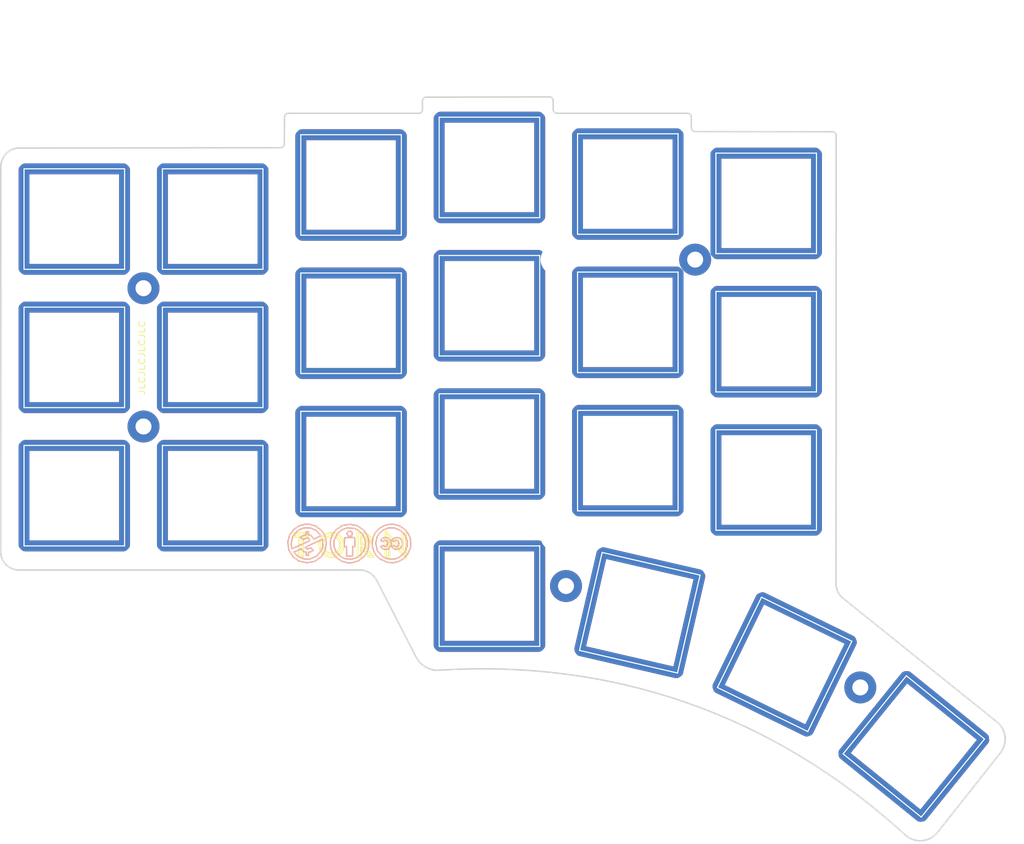
<source format=kicad_pcb>
(kicad_pcb (version 20221018) (generator pcbnew)
  (title_block (title "Torn Keyboard - PCB Plate") (rev "3.0"))
  (layers (0 "F.Cu" signal) (31 "B.Cu" signal) (34 "B.Paste" user) (35 "F.Paste" user) (36 "B.SilkS" user "B.Silkscreen") (37 "F.SilkS" user "F.Silkscreen") (38 "B.Mask" user) (39 "F.Mask" user) (44 "Edge.Cuts" user))
  (net 0 "")
  (footprint "kbd:SW_Hole_TH" (layer "F.Cu") (at 79.248 80.264)
    (fp_text reference "SW2" hide)
    (fp_text value "KEY_SWITCH" hide)
    (pad "" np_thru_hole oval (at -6.9215 0) (size 1.5 15) (drill oval 0.15 14) (layers "*.Cu"))
    (pad "" np_thru_hole oval (at 0 -6.9215 90) (size 1.5 15) (drill oval 0.15 14) (layers "*.Cu"))
    (pad "" np_thru_hole oval (at 0 6.9215 90) (size 1.5 15) (drill oval 0.15 14) (layers "*.Cu"))
    (pad "" np_thru_hole oval (at 6.9215 0) (size 1.5 15) (drill oval 0.15 14) (layers "*.Cu"))
  )
  (footprint "kbd:SW_Hole_TH" (layer "F.Cu") (at 60.198 99.314)
    (fp_text reference "SW2" hide)
    (fp_text value "KEY_SWITCH" hide)
    (pad "" np_thru_hole oval (at -6.9215 0) (size 1.5 15) (drill oval 0.15 14) (layers "*.Cu"))
    (pad "" np_thru_hole oval (at 0 -6.9215 90) (size 1.5 15) (drill oval 0.15 14) (layers "*.Cu"))
    (pad "" np_thru_hole oval (at 0 6.9215 90) (size 1.5 15) (drill oval 0.15 14) (layers "*.Cu"))
    (pad "" np_thru_hole oval (at 6.9215 0) (size 1.5 15) (drill oval 0.15 14) (layers "*.Cu"))
  )
  (footprint "kbd:SW_Hole_TH" (layer "F.Cu") (at 79.248 99.314)
    (fp_text reference "SW2" hide)
    (fp_text value "KEY_SWITCH" hide)
    (pad "" np_thru_hole oval (at -6.9215 0) (size 1.5 15) (drill oval 0.15 14) (layers "*.Cu"))
    (pad "" np_thru_hole oval (at 0 -6.9215 90) (size 1.5 15) (drill oval 0.15 14) (layers "*.Cu"))
    (pad "" np_thru_hole oval (at 0 6.9215 90) (size 1.5 15) (drill oval 0.15 14) (layers "*.Cu"))
    (pad "" np_thru_hole oval (at 6.9215 0) (size 1.5 15) (drill oval 0.15 14) (layers "*.Cu"))
  )
  (footprint "kbd:SW_Hole_TH" (layer "F.Cu") (at 60.198 118.364)
    (fp_text reference "SW2" hide)
    (fp_text value "KEY_SWITCH" hide)
    (pad "" np_thru_hole oval (at -6.9215 0) (size 1.5 15) (drill oval 0.15 14) (layers "*.Cu"))
    (pad "" np_thru_hole oval (at 0 -6.9215 90) (size 1.5 15) (drill oval 0.15 14) (layers "*.Cu"))
    (pad "" np_thru_hole oval (at 0 6.9215 90) (size 1.5 15) (drill oval 0.15 14) (layers "*.Cu"))
    (pad "" np_thru_hole oval (at 6.9215 0) (size 1.5 15) (drill oval 0.15 14) (layers "*.Cu"))
  )
  (footprint "kbd:SW_Hole_TH" (layer "F.Cu") (at 79.248 118.364)
    (fp_text reference "SW2" hide)
    (fp_text value "KEY_SWITCH" hide)
    (pad "" np_thru_hole oval (at -6.9215 0) (size 1.5 15) (drill oval 0.15 14) (layers "*.Cu"))
    (pad "" np_thru_hole oval (at 0 -6.9215 90) (size 1.5 15) (drill oval 0.15 14) (layers "*.Cu"))
    (pad "" np_thru_hole oval (at 0 6.9215 90) (size 1.5 15) (drill oval 0.15 14) (layers "*.Cu"))
    (pad "" np_thru_hole oval (at 6.9215 0) (size 1.5 15) (drill oval 0.15 14) (layers "*.Cu"))
  )
  (footprint "kbd:SW_Hole_TH" (layer "F.Cu") (at 98.298 113.665)
    (fp_text reference "SW2" hide)
    (fp_text value "KEY_SWITCH" hide)
    (pad "" np_thru_hole oval (at -6.9215 0) (size 1.5 15) (drill oval 0.15 14) (layers "*.Cu"))
    (pad "" np_thru_hole oval (at 0 -6.9215 90) (size 1.5 15) (drill oval 0.15 14) (layers "*.Cu"))
    (pad "" np_thru_hole oval (at 0 6.9215 90) (size 1.5 15) (drill oval 0.15 14) (layers "*.Cu"))
    (pad "" np_thru_hole oval (at 6.9215 0) (size 1.5 15) (drill oval 0.15 14) (layers "*.Cu"))
  )
  (footprint "kbd:SW_Hole_TH" (layer "F.Cu") (at 98.298 75.565)
    (fp_text reference "SW2" hide)
    (fp_text value "KEY_SWITCH" hide)
    (pad "" np_thru_hole oval (at -6.9215 0) (size 1.5 15) (drill oval 0.15 14) (layers "*.Cu"))
    (pad "" np_thru_hole oval (at 0 -6.9215 90) (size 1.5 15) (drill oval 0.15 14) (layers "*.Cu"))
    (pad "" np_thru_hole oval (at 0 6.9215 90) (size 1.5 15) (drill oval 0.15 14) (layers "*.Cu"))
    (pad "" np_thru_hole oval (at 6.9215 0) (size 1.5 15) (drill oval 0.15 14) (layers "*.Cu"))
  )
  (footprint "kbd:SW_Hole_TH" (layer "F.Cu") (at 117.348 92.202)
    (fp_text reference "SW2" hide)
    (fp_text value "KEY_SWITCH" hide)
    (pad "" np_thru_hole oval (at -6.9215 0) (size 1.5 15) (drill oval 0.15 14) (layers "*.Cu"))
    (pad "" np_thru_hole oval (at 0 -6.9215 90) (size 1.5 15) (drill oval 0.15 14) (layers "*.Cu"))
    (pad "" np_thru_hole oval (at 0 6.9215 90) (size 1.5 15) (drill oval 0.15 14) (layers "*.Cu"))
    (pad "" np_thru_hole oval (at 6.9215 0) (size 1.5 15) (drill oval 0.15 14) (layers "*.Cu"))
  )
  (footprint "kbd:SW_Hole_TH" (layer "F.Cu") (at 117.348 111.252)
    (fp_text reference "SW2" hide)
    (fp_text value "KEY_SWITCH" hide)
    (pad "" np_thru_hole oval (at -6.9215 0) (size 1.5 15) (drill oval 0.15 14) (layers "*.Cu"))
    (pad "" np_thru_hole oval (at 0 -6.9215 90) (size 1.5 15) (drill oval 0.15 14) (layers "*.Cu"))
    (pad "" np_thru_hole oval (at 0 6.9215 90) (size 1.5 15) (drill oval 0.15 14) (layers "*.Cu"))
    (pad "" np_thru_hole oval (at 6.9215 0) (size 1.5 15) (drill oval 0.15 14) (layers "*.Cu"))
  )
  (footprint "kbd:SW_Hole_TH" (layer "F.Cu") (at 117.348 73.152)
    (fp_text reference "SW2" hide)
    (fp_text value "KEY_SWITCH" hide)
    (pad "" np_thru_hole oval (at -6.9215 0) (size 1.5 15) (drill oval 0.15 14) (layers "*.Cu"))
    (pad "" np_thru_hole oval (at 0 -6.9215 90) (size 1.5 15) (drill oval 0.15 14) (layers "*.Cu"))
    (pad "" np_thru_hole oval (at 0 6.9215 90) (size 1.5 15) (drill oval 0.15 14) (layers "*.Cu"))
    (pad "" np_thru_hole oval (at 6.9215 0) (size 1.5 15) (drill oval 0.15 14) (layers "*.Cu"))
  )
  (footprint "kbd:SW_Hole_TH" (layer "F.Cu") (at 136.398 94.488)
    (fp_text reference "SW2" hide)
    (fp_text value "KEY_SWITCH" hide)
    (pad "" np_thru_hole oval (at -6.9215 0) (size 1.5 15) (drill oval 0.15 14) (layers "*.Cu"))
    (pad "" np_thru_hole oval (at 0 -6.9215 90) (size 1.5 15) (drill oval 0.15 14) (layers "*.Cu"))
    (pad "" np_thru_hole oval (at 0 6.9215 90) (size 1.5 15) (drill oval 0.15 14) (layers "*.Cu"))
    (pad "" np_thru_hole oval (at 6.9215 0) (size 1.5 15) (drill oval 0.15 14) (layers "*.Cu"))
  )
  (footprint "kbd:SW_Hole_TH" (layer "F.Cu") (at 136.398 113.538)
    (fp_text reference "SW2" hide)
    (fp_text value "KEY_SWITCH" hide)
    (pad "" np_thru_hole oval (at -6.9215 0) (size 1.5 15) (drill oval 0.15 14) (layers "*.Cu"))
    (pad "" np_thru_hole oval (at 0 -6.9215 90) (size 1.5 15) (drill oval 0.15 14) (layers "*.Cu"))
    (pad "" np_thru_hole oval (at 0 6.9215 90) (size 1.5 15) (drill oval 0.15 14) (layers "*.Cu"))
    (pad "" np_thru_hole oval (at 6.9215 0) (size 1.5 15) (drill oval 0.15 14) (layers "*.Cu"))
  )
  (footprint "kbd:SW_Hole_TH" (layer "F.Cu") (at 136.398 75.438)
    (fp_text reference "SW2" hide)
    (fp_text value "KEY_SWITCH" hide)
    (pad "" np_thru_hole oval (at -6.9215 0) (size 1.5 15) (drill oval 0.15 14) (layers "*.Cu"))
    (pad "" np_thru_hole oval (at 0 -6.9215 90) (size 1.5 15) (drill oval 0.15 14) (layers "*.Cu"))
    (pad "" np_thru_hole oval (at 0 6.9215 90) (size 1.5 15) (drill oval 0.15 14) (layers "*.Cu"))
    (pad "" np_thru_hole oval (at 6.9215 0) (size 1.5 15) (drill oval 0.15 14) (layers "*.Cu"))
  )
  (footprint "kbd:SW_Hole_TH" (layer "F.Cu") (at 155.448 97.155)
    (fp_text reference "SW2" hide)
    (fp_text value "KEY_SWITCH" hide)
    (pad "" np_thru_hole oval (at -6.9215 0) (size 1.5 15) (drill oval 0.15 14) (layers "*.Cu"))
    (pad "" np_thru_hole oval (at 0 -6.9215 90) (size 1.5 15) (drill oval 0.15 14) (layers "*.Cu"))
    (pad "" np_thru_hole oval (at 0 6.9215 90) (size 1.5 15) (drill oval 0.15 14) (layers "*.Cu"))
    (pad "" np_thru_hole oval (at 6.9215 0) (size 1.5 15) (drill oval 0.15 14) (layers "*.Cu"))
  )
  (footprint "kbd:SW_Hole_TH" (layer "F.Cu") (at 155.448 116.205)
    (fp_text reference "SW2" hide)
    (fp_text value "KEY_SWITCH" hide)
    (pad "" np_thru_hole oval (at -6.9215 0) (size 1.5 15) (drill oval 0.15 14) (layers "*.Cu"))
    (pad "" np_thru_hole oval (at 0 -6.9215 90) (size 1.5 15) (drill oval 0.15 14) (layers "*.Cu"))
    (pad "" np_thru_hole oval (at 0 6.9215 90) (size 1.5 15) (drill oval 0.15 14) (layers "*.Cu"))
    (pad "" np_thru_hole oval (at 6.9215 0) (size 1.5 15) (drill oval 0.15 14) (layers "*.Cu"))
  )
  (footprint "kbd:SW_Hole_TH" (layer "F.Cu") (at 155.448 78.105)
    (fp_text reference "SW2" hide)
    (fp_text value "KEY_SWITCH" hide)
    (pad "" np_thru_hole oval (at -6.9215 0) (size 1.5 15) (drill oval 0.15 14) (layers "*.Cu"))
    (pad "" np_thru_hole oval (at 0 -6.9215 90) (size 1.5 15) (drill oval 0.15 14) (layers "*.Cu"))
    (pad "" np_thru_hole oval (at 0 6.9215 90) (size 1.5 15) (drill oval 0.15 14) (layers "*.Cu"))
    (pad "" np_thru_hole oval (at 6.9215 0) (size 1.5 15) (drill oval 0.15 14) (layers "*.Cu"))
  )
  (footprint "kbd:SW_Hole_TH" (layer "F.Cu") (at 138.049 134.493 167)
    (fp_text reference "SW2" hide)
    (fp_text value "KEY_SWITCH" hide)
    (pad "" np_thru_hole oval (at -6.9215 0 167) (size 1.5 15) (drill oval 0.15 14) (layers "*.Cu"))
    (pad "" np_thru_hole oval (at 0 -6.9215 257) (size 1.5 15) (drill oval 0.15 14) (layers "*.Cu"))
    (pad "" np_thru_hole oval (at 0 6.9215 257) (size 1.5 15) (drill oval 0.15 14) (layers "*.Cu"))
    (pad "" np_thru_hole oval (at 6.9215 0 167) (size 1.5 15) (drill oval 0.15 14) (layers "*.Cu"))
  )
  (footprint "kbd:SW_Hole_TH" (layer "F.Cu") (at 157.988 141.605 154)
    (fp_text reference "SW2" hide)
    (fp_text value "KEY_SWITCH" hide)
    (pad "" np_thru_hole oval (at -6.9215 0 154) (size 1.5 15) (drill oval 0.15 14) (layers "*.Cu"))
    (pad "" np_thru_hole oval (at 0 -6.9215 244) (size 1.5 15) (drill oval 0.15 14) (layers "*.Cu"))
    (pad "" np_thru_hole oval (at 0 6.9215 244) (size 1.5 15) (drill oval 0.15 14) (layers "*.Cu"))
    (pad "" np_thru_hole oval (at 6.9215 0 154) (size 1.5 15) (drill oval 0.15 14) (layers "*.Cu"))
  )
  (footprint "kbd:SW_Hole_TH" (layer "F.Cu") (at 175.768 152.908 141)
    (fp_text reference "SW2" hide)
    (fp_text value "KEY_SWITCH" hide)
    (pad "" np_thru_hole oval (at -6.9215 0 141) (size 1.5 15) (drill oval 0.15 14) (layers "*.Cu"))
    (pad "" np_thru_hole oval (at 0 -6.9215 231) (size 1.5 15) (drill oval 0.15 14) (layers "*.Cu"))
    (pad "" np_thru_hole oval (at 0 6.9215 231) (size 1.5 15) (drill oval 0.15 14) (layers "*.Cu"))
    (pad "" np_thru_hole oval (at 6.9215 0 141) (size 1.5 15) (drill oval 0.15 14) (layers "*.Cu"))
  )
  (footprint "kbd:SW_Hole_TH" (layer "F.Cu") (at 60.198 80.264)
    (fp_text reference "SW2" hide)
    (fp_text value "KEY_SWITCH" hide)
    (pad "" np_thru_hole oval (at -6.9215 0) (size 1.5 15) (drill oval 0.15 14) (layers "*.Cu"))
    (pad "" np_thru_hole oval (at 0 -6.9215 90) (size 1.5 15) (drill oval 0.15 14) (layers "*.Cu"))
    (pad "" np_thru_hole oval (at 0 6.9215 90) (size 1.5 15) (drill oval 0.15 14) (layers "*.Cu"))
    (pad "" np_thru_hole oval (at 6.9215 0) (size 1.5 15) (drill oval 0.15 14) (layers "*.Cu"))
  )
  (footprint "MountingHole:MountingHole_4.3mm_M4" (layer "F.Cu") (at 145.6055 104.902)
    (fp_text reference "REF**" hide)
    (fp_text value "MountingHole_4.3mm_M4")
    (pad "" np_thru_hole circle (at 0 0) (size 4.2 4.2) (drill 4.2) (layers "*.Cu" "*.Mask"))
  )
  (footprint "MountingHole:MountingHole_4.3mm_M4" (layer "F.Cu") (at 126.492 85.852)
    (fp_text reference "REF**" hide)
    (fp_text value "MountingHole_4.3mm_M4")
    (pad "" np_thru_hole circle (at 0 0) (size 4.2 4.2) (drill 4.2) (layers "*.Cu" "*.Mask"))
  )
  (footprint "MountingHole:MountingHole_4.3mm_M4" (layer "F.Cu") (at 126.492 123.952)
    (fp_text reference "REF**" hide)
    (fp_text value "MountingHole_4.3mm_M4")
    (pad "" np_thru_hole circle (at 0 0) (size 4.2 4.2) (drill 4.2) (layers "*.Cu" "*.Mask"))
  )
  (footprint "MountingHole:MountingHole_4.3mm_M4" (layer "F.Cu") (at 107.442 104.9655)
    (fp_text reference "REF**" hide)
    (fp_text value "MountingHole_4.3mm_M4")
    (pad "" np_thru_hole circle (at 0 0) (size 4.2 4.2) (drill 4.2) (layers "*.Cu" "*.Mask"))
  )
  (footprint "kbd:SW_Hole_TH" (layer "F.Cu") (at 117.348 132.2035)
    (fp_text reference "SW2" hide)
    (fp_text value "KEY_SWITCH" hide)
    (pad "" np_thru_hole oval (at -6.9215 0) (size 1.5 15) (drill oval 0.15 14) (layers "*.Cu"))
    (pad "" np_thru_hole oval (at 0 -6.9215 90) (size 1.5 15) (drill oval 0.15 14) (layers "*.Cu"))
    (pad "" np_thru_hole oval (at 0 6.9215 90) (size 1.5 15) (drill oval 0.15 14) (layers "*.Cu"))
    (pad "" np_thru_hole oval (at 6.9215 0) (size 1.5 15) (drill oval 0.15 14) (layers "*.Cu"))
  )
  (footprint "footprints:MountingHole_2.2mm_M2_Pad" (layer "B.Cu") (at 69.723 108.839 180)
    (fp_text reference "H3")
    (fp_text value "M2")
    (pad "1" thru_hole circle locked (at 0 0 180) (size 4.4 4.4) (drill 2.2) (layers "*.Cu" "*.Mask"))
  )
  (footprint "footprints:MountingHole_2.2mm_M2_Pad" (layer "B.Cu") (at 168.402 144.78 180)
    (fp_text reference "H4")
    (fp_text value "M2")
    (pad "1" thru_hole circle locked (at 0 0 180) (size 4.4 4.4) (drill 2.2) (layers "*.Cu" "*.Mask"))
  )
  (footprint "footprints:MountingHole_2.2mm_M2_Pad" (layer "B.Cu") (at 127.889 130.81 180)
    (fp_text reference "H6")
    (fp_text value "M2")
    (pad "1" thru_hole circle locked (at 0 0 180) (size 4.4 4.4) (drill 2.2) (layers "*.Cu" "*.Mask"))
  )
  (footprint "footprints:MountingHole_2.2mm_M2_Pad" (layer "B.Cu") (at 145.669 85.852 180)
    (fp_text reference "H7")
    (fp_text value "M2")
    (pad "1" thru_hole circle locked (at 0 0 180) (size 4.4 4.4) (drill 2.2) (layers "*.Cu" "*.Mask"))
  )
  (footprint "footprints:MountingHole_2.2mm_M2_Pad" (layer "B.Cu") (at 69.723 89.789 180)
    (fp_text reference "H10")
    (fp_text value "M2")
    (pad "1" thru_hole circle locked (at 0 0 180) (size 4.4 4.4) (drill 2.2) (layers "*.Cu" "*.Mask"))
  )
  (footprint "kbd:SW_Hole_TH" (layer "B.Cu") (at 98.298 94.615)
    (fp_text reference "SW2" hide)
    (fp_text value "KEY_SWITCH" hide)
    (pad "" np_thru_hole oval (at -6.9215 0) (size 1.5 15) (drill oval 0.15 14) (layers "*.Cu"))
    (pad "" np_thru_hole oval (at 0 -6.9215 270) (size 1.5 15) (drill oval 0.15 14) (layers "*.Cu"))
    (pad "" np_thru_hole oval (at 0 6.9215 270) (size 1.5 15) (drill oval 0.15 14) (layers "*.Cu"))
    (pad "" np_thru_hole oval (at 6.9215 0) (size 1.5 15) (drill oval 0.15 14) (layers "*.Cu"))
  )
  (gr_line (start 94.39688 124.53787) (end 94.39689 124.53775) (stroke (width 0.2)) (layer "B.SilkS"))
  (gr_line (start 94.36178 124.393) (end 94.39688 124.53787) (stroke (width 0.2)) (layer "B.SilkS"))
  (gr_line (start 94.03768 124.52584) (end 94.36178 124.393) (stroke (width 0.2)) (layer "B.SilkS"))
  (gr_line (start 93.64478 124.70061) (end 94.03768 124.52584) (stroke (width 0.2)) (layer "B.SilkS"))
  (gr_line (start 92.90898 125.02694) (end 93.64478 124.70061) (stroke (width 0.2)) (layer "B.SilkS"))
  (gr_line (start 91.97336 125.5137) (end 92.90898 125.02694) (stroke (width 0.2)) (layer "B.SilkS"))
  (gr_line (start 92.26825 125.70714) (end 91.97336 125.5137) (stroke (width 0.2)) (layer "B.SilkS"))
  (gr_line (start 92.65364 125.60984) (end 92.26825 125.70714) (stroke (width 0.2)) (layer "B.SilkS"))
  (gr_line (start 92.75549 125.55534) (end 92.65364 125.60984) (stroke (width 0.2)) (layer "B.SilkS"))
  (gr_line (start 92.92153 125.72617) (end 92.75549 125.55534) (stroke (width 0.2)) (layer "B.SilkS"))
  (gr_line (start 93.08756 125.90849) (end 92.92153 125.72617) (stroke (width 0.2)) (layer "B.SilkS"))
  (gr_line (start 92.73284 126.10188) (end 93.08756 125.90849) (stroke (width 0.2)) (layer "B.SilkS"))
  (gr_line (start 92.54709 126.14378) (end 92.73284 126.10188) (stroke (width 0.2)) (layer "B.SilkS"))
  (gr_line (start 92.43748 126.16068) (end 92.54709 126.14378) (stroke (width 0.2)) (layer "B.SilkS"))
  (gr_line (start 92.43348 126.36368) (end 92.43748 126.16068) (stroke (width 0.2)) (layer "B.SilkS"))
  (gr_line (start 92.42948 126.56669) (end 92.43348 126.36368) (stroke (width 0.2)) (layer "B.SilkS"))
  (gr_line (start 92.27271 126.56669) (end 92.42948 126.56669) (stroke (width 0.2)) (layer "B.SilkS"))
  (gr_line (start 92.11594 126.56669) (end 92.27271 126.56669) (stroke (width 0.2)) (layer "B.SilkS"))
  (gr_line (start 92.11594 126.35952) (end 92.11594 126.56669) (stroke (width 0.2)) (layer "B.SilkS"))
  (gr_line (start 92.11594 126.15235) (end 92.11594 126.35952) (stroke (width 0.2)) (layer "B.SilkS"))
  (gr_line (start 92.07154 126.15235) (end 92.11594 126.15235) (stroke (width 0.2)) (layer "B.SilkS"))
  (gr_line (start 91.75512 126.05645) (end 92.07154 126.15235) (stroke (width 0.2)) (layer "B.SilkS"))
  (gr_line (start 91.46441 125.76125) (end 91.75512 126.05645) (stroke (width 0.2)) (layer "B.SilkS"))
  (gr_line (start 91.42811 125.69515) (end 91.46441 125.76125) (stroke (width 0.2)) (layer "B.SilkS"))
  (gr_line (start 90.42654 126.13634) (end 91.42811 125.69515) (stroke (width 0.2)) (layer "B.SilkS"))
  (gr_line (start 90.95145 126.71073) (end 90.42654 126.13634) (stroke (width 0.2)) (layer "B.SilkS"))
  (gr_line (start 91.86585 127.10324) (end 90.95145 126.71073) (stroke (width 0.2)) (layer "B.SilkS"))
  (gr_line (start 92.61612 127.10524) (end 91.86585 127.10324) (stroke (width 0.2)) (layer "B.SilkS"))
  (gr_line (start 93.559465 126.698563) (end 92.61612 127.10524) (stroke (width 0.2)) (layer "B.SilkS"))
  (gr_line (start 94.21598 125.9022) (end 93.559465 126.698563) (stroke (width 0.2)) (layer "B.SilkS"))
  (gr_line (start 94.39725 125.35928) (end 94.21598 125.9022) (stroke (width 0.2)) (layer "B.SilkS"))
  (gr_line (start 94.39689 124.53775) (end 94.39725 125.35928) (stroke (width 0.2)) (layer "B.SilkS"))
  (gr_line (start 92.70185 122.8153) (end 92.7018 122.81561) (stroke (width 0.2)) (layer "B.SilkS"))
  (gr_line (start 91.87318 122.8014) (end 92.70185 122.8153) (stroke (width 0.2)) (layer "B.SilkS"))
  (gr_line (start 91.32088 122.979739) (end 91.87318 122.8014) (stroke (width 0.2)) (layer "B.SilkS"))
  (gr_line (start 90.84103 123.2955) (end 91.32088 122.979739) (stroke (width 0.2)) (layer "B.SilkS"))
  (gr_line (start 90.255266 124.047749) (end 90.84103 123.2955) (stroke (width 0.2)) (layer "B.SilkS"))
  (gr_line (start 90.05875 124.95365) (end 90.255266 124.047749) (stroke (width 0.2)) (layer "B.SilkS"))
  (gr_line (start 90.080251 125.27265) (end 90.05875 124.95365) (stroke (width 0.2)) (layer "B.SilkS"))
  (gr_line (start 90.17085 125.6485) (end 90.080251 125.27265) (stroke (width 0.2)) (layer "B.SilkS"))
  (gr_line (start 90.70954 125.42946) (end 90.17085 125.6485) (stroke (width 0.2)) (layer "B.SilkS"))
  (gr_line (start 92.46441 124.65038) (end 90.70954 125.42946) (stroke (width 0.2)) (layer "B.SilkS"))
  (gr_line (start 92.5982 124.4337) (end 92.46441 124.65038) (stroke (width 0.2)) (layer "B.SilkS"))
  (gr_line (start 92.45923 124.23387) (end 92.5982 124.4337) (stroke (width 0.2)) (layer "B.SilkS"))
  (gr_line (start 92.26914 124.19457) (end 92.45923 124.23387) (stroke (width 0.2)) (layer "B.SilkS"))
  (gr_line (start 91.74947 124.37778) (end 92.26914 124.19457) (stroke (width 0.2)) (layer "B.SilkS"))
  (gr_line (start 91.67727 124.43488) (end 91.74947 124.37778) (stroke (width 0.2)) (layer "B.SilkS"))
  (gr_line (start 91.49304 124.24961) (end 91.67727 124.43488) (stroke (width 0.2)) (layer "B.SilkS"))
  (gr_line (start 91.3088 124.06434) (end 91.49304 124.24961) (stroke (width 0.2)) (layer "B.SilkS"))
  (gr_line (start 91.3516 124.02904) (end 91.3088 124.06434) (stroke (width 0.2)) (layer "B.SilkS"))
  (gr_line (start 92.03383 123.74455) (end 91.3516 124.02904) (stroke (width 0.2)) (layer "B.SilkS"))
  (gr_line (start 92.11603 123.73555) (end 92.03383 123.74455) (stroke (width 0.2)) (layer "B.SilkS"))
  (gr_line (start 92.11603 123.53655) (end 92.11603 123.73555) (stroke (width 0.2)) (layer "B.SilkS"))
  (gr_line (start 92.11603 123.33756) (end 92.11603 123.53655) (stroke (width 0.2)) (layer "B.SilkS"))
  (gr_line (start 92.2732 123.33756) (end 92.11603 123.33756) (stroke (width 0.2)) (layer "B.SilkS"))
  (gr_line (start 92.43036 123.33756) (end 92.2732 123.33756) (stroke (width 0.2)) (layer "B.SilkS"))
  (gr_line (start 92.43036 123.5373) (end 92.43036 123.33756) (stroke (width 0.2)) (layer "B.SilkS"))
  (gr_line (start 92.46246 123.74365) (end 92.43036 123.5373) (stroke (width 0.2)) (layer "B.SilkS"))
  (gr_line (start 92.75545 123.83255) (end 92.46246 123.74365) (stroke (width 0.2)) (layer "B.SilkS"))
  (gr_line (start 93.14925 124.28011) (end 92.75545 123.83255) (stroke (width 0.2)) (layer "B.SilkS"))
  (gr_line (start 93.16615 124.33641) (end 93.14925 124.28011) (stroke (width 0.2)) (layer "B.SilkS"))
  (gr_line (start 93.3876 124.23801) (end 93.16615 124.33641) (stroke (width 0.2)) (layer "B.SilkS"))
  (gr_line (start 93.88052 124.01929) (end 93.3876 124.23801) (stroke (width 0.2)) (layer "B.SilkS"))
  (gr_line (start 94.15016 123.87645) (end 93.88052 124.01929) (stroke (width 0.2)) (layer "B.SilkS"))
  (gr_line (start 93.48613 123.15617) (end 94.15016 123.87645) (stroke (width 0.2)) (layer "B.SilkS"))
  (gr_line (start 92.7018 122.81561) (end 93.48613 123.15617) (stroke (width 0.2)) (layer "B.SilkS"))
  (gr_line (start 91.99457 122.2904) (end 91.99457 122.28969) (stroke (width 0.2)) (layer "B.SilkS"))
  (gr_line (start 92.54163 122.2954) (end 91.99457 122.2904) (stroke (width 0.2)) (layer "B.SilkS"))
  (gr_line (start 93.388726 122.534679) (end 92.54163 122.2954) (stroke (width 0.2)) (layer "B.SilkS"))
  (gr_line (start 94.12855 123.05844) (end 93.388726 122.534679) (stroke (width 0.2)) (layer "B.SilkS"))
  (gr_line (start 94.512627 123.516774) (end 94.12855 123.05844) (stroke (width 0.2)) (layer "B.SilkS"))
  (gr_line (start 94.76535 124.05097) (end 94.512627 123.516774) (stroke (width 0.2)) (layer "B.SilkS"))
  (gr_line (start 94.89773 124.86636) (end 94.76535 124.05097) (stroke (width 0.2)) (layer "B.SilkS"))
  (gr_line (start 94.73635 125.92675) (end 94.89773 124.86636) (stroke (width 0.2)) (layer "B.SilkS"))
  (gr_line (start 94.18105 126.79284) (end 94.73635 125.92675) (stroke (width 0.2)) (layer "B.SilkS"))
  (gr_line (start 93.302786 127.40767) (end 94.18105 126.79284) (stroke (width 0.2)) (layer "B.SilkS"))
  (gr_line (start 92.2403 127.60928) (end 93.302786 127.40767) (stroke (width 0.2)) (layer "B.SilkS"))
  (gr_line (start 91.11132 127.37125) (end 92.2403 127.60928) (stroke (width 0.2)) (layer "B.SilkS"))
  (gr_line (start 90.31731 126.79617) (end 91.11132 127.37125) (stroke (width 0.2)) (layer "B.SilkS"))
  (gr_line (start 89.728009 125.853745) (end 90.31731 126.79617) (stroke (width 0.2)) (layer "B.SilkS"))
  (gr_line (start 89.58462 124.73198) (end 89.728009 125.853745) (stroke (width 0.2)) (layer "B.SilkS"))
  (gr_line (start 89.825314 123.814145) (end 89.58462 124.73198) (stroke (width 0.2)) (layer "B.SilkS"))
  (gr_line (start 90.40344 123.02996) (end 89.825314 123.814145) (stroke (width 0.2)) (layer "B.SilkS"))
  (gr_line (start 91.123169 122.523486) (end 90.40344 123.02996) (stroke (width 0.2)) (layer "B.SilkS"))
  (gr_line (start 91.99457 122.28969) (end 91.123169 122.523486) (stroke (width 0.2)) (layer "B.SilkS"))
  (gr_line (start 104.71693 125.38353) (end 104.90471 124.95208) (stroke (width 0.2)) (layer "B.SilkS"))
  (gr_line (start 97.6831 126.68738) (end 97.68337 126.03722) (stroke (width 0.2)) (layer "B.SilkS"))
  (gr_line (start 103.05277 125.7802) (end 102.67869 125.7038) (stroke (width 0.2)) (layer "B.SilkS"))
  (gr_line (start 106.02442 124.57352) (end 105.6633 123.71324) (stroke (width 0.2)) (layer "B.SilkS"))
  (gr_line (start 105.138067 124.307402) (end 105.34565 124.62346) (stroke (width 0.2)) (layer "B.SilkS"))
  (gr_line (start 99.296351 123.12944) (end 98.76951 122.88018) (stroke (width 0.2)) (layer "B.SilkS"))
  (gr_line (start 102.67214 126.7804) (end 103.20047 127.03053) (stroke (width 0.2)) (layer "B.SilkS"))
  (gr_line (start 98.46519 123.65141) (end 98.370391 123.89778) (stroke (width 0.2)) (layer "B.SilkS"))
  (gr_line (start 100.25088 124.55132) (end 99.908891 123.72738) (stroke (width 0.2)) (layer "B.SilkS"))
  (gr_line (start 102.2606 127.08471) (end 101.76634 126.60698) (stroke (width 0.2)) (layer "B.SilkS"))
  (gr_line (start 105.68424 126.1565) (end 106.02448 125.33024) (stroke (width 0.2)) (layer "B.SilkS"))
  (gr_line (start 97.06693 122.493099) (end 98.09341 122.30132) (stroke (width 0.2)) (layer "B.SilkS"))
  (gr_line (start 100.06313 126.7712) (end 99.289386 127.35157) (stroke (width 0.2)) (layer "B.SilkS"))
  (gr_line (start 100.25055 125.38) (end 100.25088 124.55132) (stroke (width 0.2)) (layer "B.SilkS"))
  (gr_line (start 102.87784 123.01738) (end 102.2784 123.45868) (stroke (width 0.2)) (layer "B.SilkS"))
  (gr_line (start 98.8261 125.38723) (end 98.66894 125.38723) (stroke (width 0.2)) (layer "B.SilkS"))
  (gr_line (start 101.9301 125.95347) (end 102.67214 126.7804) (stroke (width 0.2)) (layer "B.SilkS"))
  (gr_line (start 102.3794 125.38264) (end 102.54999 125.28834) (stroke (width 0.2)) (layer "B.SilkS"))
  (gr_line (start 104.07439 124.31754) (end 104.4045 124.14352) (stroke (width 0.2)) (layer "B.SilkS"))
  (gr_line (start 100.04798 123.13216) (end 100.499435 123.771841) (stroke (width 0.2)) (layer "B.SilkS"))
  (gr_line (start 100.496027 126.16464) (end 100.06313 126.7712) (stroke (width 0.2)) (layer "B.SilkS"))
  (gr_line (start 101.63601 123.471) (end 102.112541 122.937555) (stroke (width 0.2)) (layer "B.SilkS"))
  (gr_line (start 98.80758 124.24472) (end 98.82538 124.84073) (stroke (width 0.2)) (layer "B.SilkS"))
  (gr_line (start 102.53263 124.31572) (end 102.86475 124.146251) (stroke (width 0.2)) (layer "B.SilkS"))
  (gr_line (start 103.47909 122.80922) (end 103.47909 122.8096) (stroke (width 0.2)) (layer "B.SilkS"))
  (gr_line (start 105.003835 125.681586) (end 104.47181 125.76875) (stroke (width 0.2)) (layer "B.SilkS"))
  (gr_line (start 95.747476 123.689451) (end 96.20616 123.08021) (stroke (width 0.2)) (layer "B.SilkS"))
  (gr_line (start 95.764986 126.263455) (end 95.48817 125.55122) (stroke (width 0.2)) (layer "B.SilkS"))
  (gr_line (start 100.499435 123.771841) (end 100.734291 124.5156) (stroke (width 0.2)) (layer "B.SilkS"))
  (gr_line (start 97.369051 124.83661) (end 97.447751 124.16082) (stroke (width 0.2)) (layer "B.SilkS"))
  (gr_line (start 100.72629 125.45359) (end 100.496027 126.16464) (stroke (width 0.2)) (layer "B.SilkS"))
  (gr_line (start 104.2162 122.301) (end 105.07105 122.567907) (stroke (width 0.2)) (layer "B.SilkS"))
  (gr_line (start 99.031754 126.932404) (end 99.64861 126.49312) (stroke (width 0.2)) (layer "B.SilkS"))
  (gr_line (start 96.2495 126.8733) (end 95.764986 126.263455) (stroke (width 0.2)) (layer "B.SilkS"))
  (gr_line (start 105.6633 123.71324) (end 105.11588 123.16823) (stroke (width 0.2)) (layer "B.SilkS"))
  (gr_line (start 105.78688 123.10366) (end 106.2058 123.658421) (stroke (width 0.2)) (layer "B.SilkS"))
  (gr_line (start 103.47909 122.8096) (end 102.87784 123.01738) (stroke (width 0.2)) (layer "B.SilkS"))
  (gr_line (start 102.2784 123.45868) (end 101.8927 124.00196) (stroke (width 0.2)) (layer "B.SilkS"))
  (gr_line (start 102.73155 125.24024) (end 102.78695 125.31334) (stroke (width 0.2)) (layer "B.SilkS"))
  (gr_line (start 102.51962 124.62626) (end 102.35746 124.53286) (stroke (width 0.2)) (layer "B.SilkS"))
  (gr_line (start 97.058188 123.043915) (end 96.45266 123.54) (stroke (width 0.2)) (layer "B.SilkS"))
  (gr_line (start 98.26001 123.26153) (end 98.42032 123.399065) (stroke (width 0.2)) (layer "B.SilkS"))
  (gr_line (start 97.84745 127.6202) (end 97.84768 127.62091) (stroke (width 0.2)) (layer "B.SilkS"))
  (gr_line (start 102.86475 124.146251) (end 103.27526 124.1453) (stroke (width 0.2)) (layer "B.SilkS"))
  (gr_line (start 97.68337 126.03722) (end 97.68337 125.38714) (stroke (width 0.2)) (layer "B.SilkS"))
  (gr_line (start 96.21116 126.05667) (end 96.8877 126.77006) (stroke (width 0.2)) (layer "B.SilkS"))
  (gr_line (start 103.82144 125.1935) (end 103.44167 125.6933) (stroke (width 0.2)) (layer "B.SilkS"))
  (gr_line (start 104.21003 124.69494) (end 103.90054 124.53326) (stroke (width 0.2)) (layer "B.SilkS"))
  (gr_line (start 102.35746 124.53286) (end 102.53263 124.31572) (stroke (width 0.2)) (layer "B.SilkS"))
  (gr_line (start 98.69348 124.12982) (end 98.741981 124.16252) (stroke (width 0.2)) (layer "B.SilkS"))
  (gr_line (start 103.90054 124.53326) (end 104.07439 124.31754) (stroke (width 0.2)) (layer "B.SilkS"))
  (gr_line (start 102.67869 125.7038) (end 102.3794 125.38264) (stroke (width 0.2)) (layer "B.SilkS"))
  (gr_line (start 99.15993 122.503973) (end 100.04798 123.13216) (stroke (width 0.2)) (layer "B.SilkS"))
  (gr_line (start 102.112541 122.937555) (end 102.724591 122.543865) (stroke (width 0.2)) (layer "B.SilkS"))
  (gr_line (start 101.32374 124.11972) (end 101.63601 123.471) (stroke (width 0.2)) (layer "B.SilkS"))
  (gr_line (start 103.24477 124.57986) (end 102.976467 124.481341) (stroke (width 0.2)) (layer "B.SilkS"))
  (gr_line (start 101.2185 124.88114) (end 101.32374 124.11972) (stroke (width 0.2)) (layer "B.SilkS"))
  (gr_line (start 95.48817 125.55122) (end 95.44757 124.96566) (stroke (width 0.2)) (layer "B.SilkS"))
  (gr_line (start 101.76634 126.60698) (end 101.432056 126.051621) (stroke (width 0.2)) (layer "B.SilkS"))
  (gr_line (start 98.76951 122.88018) (end 97.78799 122.80208) (stroke (width 0.2)) (layer "B.SilkS"))
  (gr_line (start 106.45753 124.28699) (end 106.52563 125.03094) (stroke (width 0.2)) (layer "B.SilkS"))
  (gr_line (start 96.8877 126.77006) (end 97.44216 127.04234) (stroke (width 0.2)) (layer "B.SilkS"))
  (gr_line (start 104.875443 127.425879) (end 104.18715 127.59615) (stroke (width 0.2)) (layer "B.SilkS"))
  (gr_line (start 104.81665 124.14493) (end 105.138067 124.307402) (stroke (width 0.2)) (layer "B.SilkS"))
  (gr_line (start 104.78065 124.57154) (end 104.511869 124.481872) (stroke (width 0.2)) (layer "B.SilkS"))
  (gr_line (start 98.09341 122.30132) (end 99.15993 122.503973) (stroke (width 0.2)) (layer "B.SilkS"))
  (gr_line (start 104.09748 125.62223) (end 103.90063 125.39713) (stroke (width 0.2)) (layer "B.SilkS"))
  (gr_line (start 98.42032 123.399065) (end 98.46519 123.65141) (stroke (width 0.2)) (layer "B.SilkS"))
  (gr_line (start 100.734291 124.5156) (end 100.72629 125.45359) (stroke (width 0.2)) (layer "B.SilkS"))
  (gr_line (start 97.93704 123.96413) (end 97.726231 123.61549) (stroke (width 0.2)) (layer "B.SilkS"))
  (gr_line (start 102.54999 125.28834) (end 102.70675 125.20684) (stroke (width 0.2)) (layer "B.SilkS"))
  (gr_line (start 101.432056 126.051621) (end 101.241 125.41692) (stroke (width 0.2)) (layer "B.SilkS"))
  (gr_line (start 104.90471 124.95208) (end 104.78065 124.57154) (stroke (width 0.2)) (layer "B.SilkS"))
  (gr_line (start 102.976467 124.481341) (end 102.73038 124.63306) (stroke (width 0.2)) (layer "B.SilkS"))
  (gr_line (start 104.488324 125.406911) (end 104.71693 125.38353) (stroke (width 0.2)) (layer "B.SilkS"))
  (gr_line (start 101.241 125.41692) (end 101.2185 124.88114) (stroke (width 0.2)) (layer "B.SilkS"))
  (gr_line (start 97.44216 127.04234) (end 98.32815 127.12984) (stroke (width 0.2)) (layer "B.SilkS"))
  (gr_line (start 102.70675 125.20684) (end 102.73155 125.24024) (stroke (width 0.2)) (layer "B.SilkS"))
  (gr_line (start 102.73038 124.63306) (end 102.68178 124.70696) (stroke (width 0.2)) (layer "B.SilkS"))
  (gr_line (start 97.68337 125.38714) (end 97.52621 125.38714) (stroke (width 0.2)) (layer "B.SilkS"))
  (gr_line (start 97.78799 122.80208) (end 97.058188 123.043915) (stroke (width 0.2)) (layer "B.SilkS"))
  (gr_line (start 105.07105 122.567907) (end 105.78688 123.10366) (stroke (width 0.2)) (layer "B.SilkS"))
  (gr_line (start 105.11588 123.16823) (end 104.24345 122.80422) (stroke (width 0.2)) (layer "B.SilkS"))
  (gr_line (start 103.27529 124.14525) (end 103.74854 124.50727) (stroke (width 0.2)) (layer "B.SilkS"))
  (gr_line (start 100.05701 125.94776) (end 100.25055 125.38) (stroke (width 0.2)) (layer "B.SilkS"))
  (gr_line (start 105.34565 124.62346) (end 105.37885 124.95208) (stroke (width 0.2)) (layer "B.SilkS"))
  (gr_line (start 95.95157 124.53555) (end 95.94457 125.36392) (stroke (width 0.2)) (layer "B.SilkS"))
  (gr_line (start 96.993331 127.39226) (end 96.2495 126.8733) (stroke (width 0.2)) (layer "B.SilkS"))
  (gr_line (start 103.90063 125.39713) (end 104.21671 125.2273) (stroke (width 0.2)) (layer "B.SilkS"))
  (gr_line (start 98.370391 123.89778) (end 97.937 123.96408) (stroke (width 0.2)) (layer "B.SilkS"))
  (gr_line (start 105.33975 125.28609) (end 105.003835 125.681586) (stroke (width 0.2)) (layer "B.SilkS"))
  (gr_line (start 99.64861 126.49312) (end 100.05701 125.94776) (stroke (width 0.2)) (layer "B.SilkS"))
  (gr_line (start 105.47222 127.08307) (end 104.875443 127.425879) (stroke (width 0.2)) (layer "B.SilkS"))
  (gr_line (start 97.52621 125.38714) (end 97.369051 125.38714) (stroke (width 0.2)) (layer "B.SilkS"))
  (gr_line (start 98.32837 127.12985) (end 99.031754 126.932404) (stroke (width 0.2)) (layer "B.SilkS"))
  (gr_line (start 99.908891 123.72738) (end 99.296351 123.12944) (stroke (width 0.2)) (layer "B.SilkS"))
  (gr_line (start 98.511781 126.68738) (end 98.09744 126.68738) (stroke (width 0.2)) (layer "B.SilkS"))
  (gr_line (start 103.44167 125.6933) (end 103.05277 125.7802) (stroke (width 0.2)) (layer "B.SilkS"))
  (gr_line (start 97.726231 123.61549) (end 97.935411 123.26153) (stroke (width 0.2)) (layer "B.SilkS"))
  (gr_line (start 98.511781 125.38723) (end 98.511781 126.03731) (stroke (width 0.2)) (layer "B.SilkS"))
  (gr_line (start 104.96272 126.83896) (end 105.68424 126.1565) (stroke (width 0.2)) (layer "B.SilkS"))
  (gr_line (start 98.511781 126.03731) (end 98.511781 126.68738) (stroke (width 0.2)) (layer "B.SilkS"))
  (gr_line (start 104.21671 125.2273) (end 104.30051 125.2734) (stroke (width 0.2)) (layer "B.SilkS"))
  (gr_line (start 103.74854 124.50727) (end 103.84294 124.94494) (stroke (width 0.2)) (layer "B.SilkS"))
  (gr_line (start 98.09744 126.68738) (end 97.6831 126.68738) (stroke (width 0.2)) (layer "B.SilkS"))
  (gr_line (start 95.94457 125.36392) (end 96.21116 126.05667) (stroke (width 0.2)) (layer "B.SilkS"))
  (gr_line (start 103.84294 124.94494) (end 103.82144 125.1935) (stroke (width 0.2)) (layer "B.SilkS"))
  (gr_line (start 99.289386 127.35157) (end 98.39451 127.6152) (stroke (width 0.2)) (layer "B.SilkS"))
  (gr_line (start 104.24345 122.80422) (end 103.47909 122.80922) (stroke (width 0.2)) (layer "B.SilkS"))
  (gr_line (start 104.21627 122.30101) (end 104.2162 122.301) (stroke (width 0.2)) (layer "B.SilkS"))
  (gr_line (start 102.724591 122.543865) (end 103.44342 122.31441) (stroke (width 0.2)) (layer "B.SilkS"))
  (gr_line (start 98.82538 124.84073) (end 98.8261 125.38723) (stroke (width 0.2)) (layer "B.SilkS"))
  (gr_line (start 102.78695 125.31334) (end 103.1957 125.37234) (stroke (width 0.2)) (layer "B.SilkS"))
  (gr_line (start 103.20047 127.03053) (end 103.92913 127.12003) (stroke (width 0.2)) (layer "B.SilkS"))
  (gr_line (start 104.47181 125.76875) (end 104.09748 125.62223) (stroke (width 0.2)) (layer "B.SilkS"))
  (gr_line (start 106.2058 123.658421) (end 106.45753 124.28699) (stroke (width 0.2)) (layer "B.SilkS"))
  (gr_line (start 104.4045 124.14352) (end 104.81663 124.14552) (stroke (width 0.2)) (layer "B.SilkS"))
  (gr_line (start 98.741981 124.16252) (end 98.80758 124.24472) (stroke (width 0.2)) (layer "B.SilkS"))
  (gr_line (start 106.02448 125.33024) (end 106.02442 124.57352) (stroke (width 0.2)) (layer "B.SilkS"))
  (gr_line (start 101.8927 124.00196) (end 101.69378 124.9378) (stroke (width 0.2)) (layer "B.SilkS"))
  (gr_line (start 96.20616 123.08021) (end 97.06693 122.493099) (stroke (width 0.2)) (layer "B.SilkS"))
  (gr_line (start 104.18715 127.59615) (end 103.35942 127.56755) (stroke (width 0.2)) (layer "B.SilkS"))
  (gr_line (start 98.66894 125.38723) (end 98.511781 125.38723) (stroke (width 0.2)) (layer "B.SilkS"))
  (gr_line (start 103.92913 127.12003) (end 104.471613 127.050734) (stroke (width 0.2)) (layer "B.SilkS"))
  (gr_line (start 95.44757 124.96566) (end 95.48047 124.4013) (stroke (width 0.2)) (layer "B.SilkS"))
  (gr_line (start 98.32815 127.12984) (end 98.32837 127.12985) (stroke (width 0.2)) (layer "B.SilkS"))
  (gr_line (start 104.471613 127.050734) (end 104.96272 126.83896) (stroke (width 0.2)) (layer "B.SilkS"))
  (gr_line (start 101.69378 124.9378) (end 101.9301 125.95347) (stroke (width 0.2)) (layer "B.SilkS"))
  (gr_line (start 106.48153 125.51644) (end 106.114414 126.385461) (stroke (width 0.2)) (layer "B.SilkS"))
  (gr_line (start 97.447751 124.16082) (end 98.090301 124.12982) (stroke (width 0.2)) (layer "B.SilkS"))
  (gr_line (start 106.114414 126.385461) (end 105.47222 127.08307) (stroke (width 0.2)) (layer "B.SilkS"))
  (gr_line (start 97.935411 123.26153) (end 98.26001 123.26153) (stroke (width 0.2)) (layer "B.SilkS"))
  (gr_line (start 104.30051 125.2734) (end 104.488324 125.406911) (stroke (width 0.2)) (layer "B.SilkS"))
  (gr_line (start 103.35942 127.56755) (end 102.2606 127.08471) (stroke (width 0.2)) (layer "B.SilkS"))
  (gr_line (start 106.52563 125.03094) (end 106.48153 125.51644) (stroke (width 0.2)) (layer "B.SilkS"))
  (gr_line (start 104.26243 124.63894) (end 104.21003 124.69494) (stroke (width 0.2)) (layer "B.SilkS"))
  (gr_line (start 98.090301 124.12982) (end 98.69348 124.12982) (stroke (width 0.2)) (layer "B.SilkS"))
  (gr_line (start 97.84768 127.62091) (end 96.993331 127.39226) (stroke (width 0.2)) (layer "B.SilkS"))
  (gr_line (start 102.68178 124.70696) (end 102.51962 124.62626) (stroke (width 0.2)) (layer "B.SilkS"))
  (gr_line (start 97.937 123.96408) (end 97.93704 123.96413) (stroke (width 0.2)) (layer "B.SilkS"))
  (gr_line (start 105.37885 124.95208) (end 105.33975 125.28609) (stroke (width 0.2)) (layer "B.SilkS"))
  (gr_line (start 104.81663 124.14552) (end 104.81665 124.14493) (stroke (width 0.2)) (layer "B.SilkS"))
  (gr_line (start 103.44342 122.31441) (end 104.21627 122.30101) (stroke (width 0.2)) (layer "B.SilkS"))
  (gr_line (start 96.45266 123.54) (end 95.95157 124.53555) (stroke (width 0.2)) (layer "B.SilkS"))
  (gr_line (start 103.27526 124.1453) (end 103.27529 124.14525) (stroke (width 0.2)) (layer "B.SilkS"))
  (gr_line (start 103.36699 124.88824) (end 103.24477 124.57986) (stroke (width 0.2)) (layer "B.SilkS"))
  (gr_line (start 98.39451 127.6152) (end 97.84745 127.6202) (stroke (width 0.2)) (layer "B.SilkS"))
  (gr_line (start 97.369051 125.38714) (end 97.369051 124.83661) (stroke (width 0.2)) (layer "B.SilkS"))
  (gr_line (start 104.511869 124.481872) (end 104.26243 124.63894) (stroke (width 0.2)) (layer "B.SilkS"))
  (gr_line (start 95.48047 124.4013) (end 95.747476 123.689451) (stroke (width 0.2)) (layer "B.SilkS"))
  (gr_line (start 103.1957 125.37234) (end 103.36699 124.88824) (stroke (width 0.2)) (layer "B.SilkS"))
  (gr_line (start 99.738071 124.962356) (end 99.738071 124.055328) (stroke (width 0.2)) (layer "F.SilkS"))
  (gr_line (start 90.479477 123.949856) (end 90.479477 123.602984) (stroke (width 0.2)) (layer "F.SilkS"))
  (gr_line (start 99.79979 125.382684) (end 99.631821 125.382684) (stroke (width 0.2)) (layer "F.SilkS"))
  (gr_curve (pts (xy 100.469321 124.492828) (xy 100.469321 124.655608) (xy 100.41983 124.766) (xy 100.319321 124.842828)) (stroke (width 0.2)) (layer "F.SilkS"))
  (gr_curve (pts (xy 100.575571 124.492828) (xy 100.575571 124.317548) (xy 100.511784 124.1743) (xy 100.38729 124.082672)) (stroke (width 0.2)) (layer "F.SilkS"))
  (gr_curve (pts (xy 94.742759 124.252984) (xy 94.504839 124.490904) (xy 94.384166 124.789116) (xy 94.384166 125.137356)) (stroke (width 0.2)) (layer "F.SilkS"))
  (gr_line (start 91.695102 124.055328) (end 92.427134 124.055328) (stroke (width 0.2)) (layer "F.SilkS"))
  (gr_curve (pts (xy 96.834946 123.940484) (xy 96.50101 123.606548) (xy 96.094499 123.437356) (xy 95.627134 123.437356)) (stroke (width 0.2)) (layer "F.SilkS"))
  (gr_curve (pts (xy 93.951118 125.131408) (xy 93.951118 124.682172) (xy 94.115793 124.29632) (xy 94.445143 123.97386)) (stroke (width 0.2)) (layer "F.SilkS"))
  (gr_line (start 91.107602 126.794388) (end 91.695102 126.794388) (stroke (width 0.2)) (layer "F.SilkS"))
  (gr_line (start 99.631821 126.688932) (end 99.25604 126.688932) (stroke (width 0.2)) (layer "F.SilkS"))
  (gr_curve (pts (xy 97.234165 125.149856) (xy 97.234165 125.596136) (xy 97.077294 125.969456) (xy 96.758384 126.280328)) (stroke (width 0.2)) (layer "F.SilkS"))
  (gr_line (start 91.589634 126.68892) (end 91.213852 126.68892) (stroke (width 0.2)) (layer "F.SilkS"))
  (gr_curve (pts (xy 96.759946 124.015484) (xy 97.077775 124.331972) (xy 97.234165 124.70636) (xy 97.234165 125.149856)) (stroke (width 0.2)) (layer "F.SilkS"))
  (gr_line (start 99.631821 125.382684) (end 99.631821 126.688932) (stroke (width 0.2)) (layer "F.SilkS"))
  (gr_curve (pts (xy 94.003696 125.131108) (xy 94.003696 124.6948) (xy 94.161248 124.325444) (xy 94.481821 124.011576)) (stroke (width 0.2)) (layer "F.SilkS"))
  (gr_curve (pts (xy 96.456384 126.001636) (xy 96.686515 125.767368) (xy 96.801581 125.482116) (xy 96.801581 125.145876)) (stroke (width 0.2)) (layer "F.SilkS"))
  (gr_curve (pts (xy 95.621666 123.995952) (xy 95.942904 123.995952) (xy 96.205537 124.105) (xy 96.422447 124.3272)) (stroke (width 0.2)) (layer "F.SilkS"))
  (gr_line (start 103.003696 123.20142) (end 103.003696 126.794388) (stroke (width 0.2)) (layer "F.SilkS"))
  (gr_line (start 105.383976 125.76806) (end 105.383976 123.550116) (stroke (width 0.2)) (layer "F.SilkS"))
  (gr_line (start 91.213852 126.68892) (end 91.213852 123.949856) (stroke (width 0.2)) (layer "F.SilkS"))
  (gr_line (start 105.813071 126.804544) (end 103.484946 124.37564) (stroke (width 0.2)) (layer "F.SilkS"))
  (gr_line (start 90.479477 123.602984) (end 92.320884 123.602984) (stroke (width 0.2)) (layer "F.SilkS"))
  (gr_curve (pts (xy 96.854496 125.145952) (xy 96.854496 124.793792) (xy 96.73479 124.492392) (xy 96.498246 124.252984)) (stroke (width 0.2)) (layer "F.SilkS"))
  (gr_curve (pts (xy 100.319321 124.842828) (xy 100.218811 124.919652) (xy 100.059394 124.962356) (xy 99.83807 124.962356)) (stroke (width 0.2)) (layer "F.SilkS"))
  (gr_line (start 105.436508 125.899856) (end 105.436508 123.602984) (stroke (width 0.2)) (layer "F.SilkS"))
  (gr_line (start 100.273227 125.329544) (end 100.194321 125.346744) (stroke (width 0.2)) (layer "F.SilkS"))
  (gr_line (start 105.865599 123.550116) (end 105.865599 126.935944) (stroke (width 0.2)) (layer "F.SilkS"))
  (gr_line (start 100.28456 125.381524) (end 100.28456 125.381524) (stroke (width 0.2)) (layer "F.SilkS"))
  (gr_line (start 105.813071 123.602984) (end 105.813071 126.804544) (stroke (width 0.2)) (layer "F.SilkS"))
  (gr_line (start 99.744323 125.48814) (end 100.656041 126.794388) (stroke (width 0.2)) (layer "F.SilkS"))
  (gr_line (start 101.16854 126.688932) (end 100.710727 126.688932) (stroke (width 0.2)) (layer "F.SilkS"))
  (gr_line (start 90.374008 124.055328) (end 91.107602 124.055328) (stroke (width 0.2)) (layer "F.SilkS"))
  (gr_curve (pts (xy 95.627134 123.437356) (xy 95.154512 123.437356) (xy 94.74518 123.60466) (xy 94.408384 123.935796)) (stroke (width 0.2)) (layer "F.SilkS"))
  (gr_curve (pts (xy 95.609184 126.295952) (xy 95.313498 126.295952) (xy 95.056832 126.188748) (xy 94.829497 125.969388)) (stroke (width 0.2)) (layer "F.SilkS"))
  (gr_curve (pts (xy 96.79538 126.317896) (xy 96.46603 126.63898) (xy 96.068467 126.79952) (xy 95.602692 126.79952)) (stroke (width 0.2)) (layer "F.SilkS"))
  (gr_line (start 100.28456 125.381524) (end 101.272612 126.741644) (stroke (width 0.2)) (layer "F.SilkS"))
  (gr_curve (pts (xy 94.75604 126.045952) (xy 94.999993 126.281344) (xy 95.287493 126.4022) (xy 95.609166 126.4022)) (stroke (width 0.2)) (layer "F.SilkS"))
  (gr_line (start 105.91854 123.497512) (end 105.33104 123.497512) (stroke (width 0.2)) (layer "F.SilkS"))
  (gr_curve (pts (xy 94.408384 123.935796) (xy 94.070256 124.266852) (xy 93.898227 124.66894) (xy 93.898227 125.131108)) (stroke (width 0.2)) (layer "F.SilkS"))
  (gr_line (start 91.213852 123.949856) (end 90.479477 123.949856) (stroke (width 0.2)) (layer "F.SilkS"))
  (gr_line (start 99.685117 125.435268) (end 99.685117 126.741644) (stroke (width 0.2)) (layer "F.SilkS"))
  (gr_curve (pts (xy 100.383383 124.9272) (xy 100.510937 124.829704) (xy 100.575571 124.678688) (xy 100.575571 124.492828)) (stroke (width 0.2)) (layer "F.SilkS"))
  (gr_line (start 99.150571 126.794388) (end 99.738071 126.794388) (stroke (width 0.2)) (layer "F.SilkS"))
  (gr_curve (pts (xy 99.767758 123.602984) (xy 100.182808 123.602984) (xy 100.474976 123.682144) (xy 100.647446 123.827984)) (stroke (width 0.2)) (layer "F.SilkS"))
  (gr_line (start 99.685117 125.015656) (end 99.838077 125.015656) (stroke (width 0.2)) (layer "F.SilkS"))
  (gr_curve (pts (xy 99.83807 125.068608) (xy 100.072877 125.068608) (xy 100.255828 125.0247) (xy 100.383383 124.9272)) (stroke (width 0.2)) (layer "F.SilkS"))
  (gr_line (start 100.656041 126.794388) (end 101.376354 126.794388) (stroke (width 0.2)) (layer "F.SilkS"))
  (gr_line (start 103.109165 126.68892) (end 103.109165 123.46392) (stroke (width 0.2)) (layer "F.SilkS"))
  (gr_line (start 103.484946 126.68892) (end 103.109165 126.68892) (stroke (width 0.2)) (layer "F.SilkS"))
  (gr_line (start 91.589634 123.949856) (end 91.589634 124.002984) (stroke (width 0.2)) (layer "F.SilkS"))
  (gr_line (start 103.003696 126.794388) (end 103.056821 126.794388) (stroke (width 0.2)) (layer "F.SilkS"))
  (gr_line (start 105.33104 125.635796) (end 103.003696 123.20142) (stroke (width 0.2)) (layer "F.SilkS"))
  (gr_curve (pts (xy 96.801581 125.145876) (xy 96.801581 124.8055) (xy 96.687893 124.520248) (xy 96.460518 124.290116)) (stroke (width 0.2)) (layer "F.SilkS"))
  (gr_curve (pts (xy 95.621295 123.942852) (xy 95.289189 123.942852) (xy 95.008759 124.058608) (xy 94.780006 124.290116)) (stroke (width 0.2)) (layer "F.SilkS"))
  (gr_curve (pts (xy 96.423247 124.3272) (xy 96.641455 124.548052) (xy 96.749028 124.81736) (xy 96.749028 125.145952)) (stroke (width 0.2)) (layer "F.SilkS"))
  (gr_line (start 103.056477 123.333076) (end 105.383976 125.76806) (stroke (width 0.2)) (layer "F.SilkS"))
  (gr_curve (pts (xy 94.482621 124.011576) (xy 94.801769 123.697792) (xy 95.179246 123.542828) (xy 95.627152 123.542828)) (stroke (width 0.2)) (layer "F.SilkS"))
  (gr_curve (pts (xy 95.602692 126.79952) (xy 95.19066 126.79952) (xy 94.820658 126.656892) (xy 94.492685 126.37164)) (stroke (width 0.2)) (layer "F.SilkS"))
  (gr_line (start 99.685117 124.0028) (end 99.685117 125.015656) (stroke (width 0.2)) (layer "F.SilkS"))
  (gr_line (start 90.374008 123.497512) (end 90.374008 124.055328) (stroke (width 0.2)) (layer "F.SilkS"))
  (gr_curve (pts (xy 95.602915 126.746732) (xy 95.203094 126.746732) (xy 94.846826 126.60994) (xy 94.527134 126.331888)) (stroke (width 0.2)) (layer "F.SilkS"))
  (gr_curve (pts (xy 96.832602 126.356108) (xy 97.169636 126.027572) (xy 97.340415 125.621348) (xy 97.340415 125.149856)) (stroke (width 0.2)) (layer "F.SilkS"))
  (gr_curve (pts (xy 97.287338 125.150012) (xy 97.287338 125.608896) (xy 97.123352 125.998192) (xy 96.79538 126.317896)) (stroke (width 0.2)) (layer "F.SilkS"))
  (gr_line (start 99.738071 125.48814) (end 99.744323 125.48814) (stroke (width 0.2)) (layer "F.SilkS"))
  (gr_line (start 92.320884 123.949856) (end 91.589634 123.949856) (stroke (width 0.2)) (layer "F.SilkS"))
  (gr_line (start 92.373958 123.550116) (end 92.373958 124.0028) (stroke (width 0.2)) (layer "F.SilkS"))
  (gr_line (start 103.484946 124.37564) (end 103.484946 126.68892) (stroke (width 0.2)) (layer "F.SilkS"))
  (gr_line (start 105.33104 123.497512) (end 105.33104 125.635796) (stroke (width 0.2)) (layer "F.SilkS"))
  (gr_curve (pts (xy 95.627134 123.542828) (xy 96.06927 123.542828) (xy 96.44345 123.698988) (xy 96.759946 124.015484)) (stroke (width 0.2)) (layer "F.SilkS"))
  (gr_curve (pts (xy 94.828697 125.969388) (xy 94.601541 125.751476) (xy 94.489634 125.478284) (xy 94.489634 125.137356)) (stroke (width 0.2)) (layer "F.SilkS"))
  (gr_curve (pts (xy 95.627496 123.490172) (xy 96.082247 123.490172) (xy 96.472231 123.65278) (xy 96.797447 123.977996)) (stroke (width 0.2)) (layer "F.SilkS"))
  (gr_line (start 105.91854 127.067828) (end 105.91854 123.497512) (stroke (width 0.2)) (layer "F.SilkS"))
  (gr_line (start 100.683502 126.741644) (end 99.771933 125.435268) (stroke (width 0.2)) (layer "F.SilkS"))
  (gr_curve (pts (xy 96.460518 124.290116) (xy 96.23452 124.058608) (xy 95.954779 123.942852) (xy 95.621295 123.942852)) (stroke (width 0.2)) (layer "F.SilkS"))
  (gr_curve (pts (xy 100.838854 125.1022) (xy 100.975833 124.930248) (xy 101.044323 124.722688) (xy 101.044323 124.486576)) (stroke (width 0.2)) (layer "F.SilkS"))
  (gr_line (start 99.738071 126.794388) (end 99.738071 125.48814) (stroke (width 0.2)) (layer "F.SilkS"))
  (gr_line (start 105.436508 123.602984) (end 105.813071 123.602984) (stroke (width 0.2)) (layer "F.SilkS"))
  (gr_curve (pts (xy 94.780006 124.290116) (xy 94.551252 124.518872) (xy 94.436875 124.801368) (xy 94.436875 125.137608)) (stroke (width 0.2)) (layer "F.SilkS"))
  (gr_curve (pts (xy 100.79719 125.0694) (xy 100.667655 125.232008) (xy 100.496778 125.336048) (xy 100.28456 125.381524)) (stroke (width 0.2)) (layer "F.SilkS"))
  (gr_curve (pts (xy 96.758384 126.280328) (xy 96.437961 126.592704) (xy 96.056531 126.746732) (xy 95.602915 126.746732)) (stroke (width 0.2)) (layer "F.SilkS"))
  (gr_curve (pts (xy 100.38729 124.082672) (xy 100.262793 123.99104) (xy 100.085176 123.949856) (xy 99.85682 123.949856)) (stroke (width 0.2)) (layer "F.SilkS"))
  (gr_curve (pts (xy 95.608893 126.3489) (xy 95.943755 126.3489) (xy 96.226252 126.233144) (xy 96.456384 126.001636)) (stroke (width 0.2)) (layer "F.SilkS"))
  (gr_line (start 101.376354 126.794388) (end 100.359166 125.395168) (stroke (width 0.2)) (layer "F.SilkS"))
  (gr_line (start 99.25604 123.602984) (end 99.767758 123.602984) (stroke (width 0.2)) (layer "F.SilkS"))
  (gr_line (start 99.203494 123.550116) (end 99.767799 123.550116) (stroke (width 0.2)) (layer "F.SilkS"))
  (gr_curve (pts (xy 99.85682 124.055328) (xy 100.072193 124.055328) (xy 100.227422 124.09616) (xy 100.32479 124.167828)) (stroke (width 0.2)) (layer "F.SilkS"))
  (gr_line (start 101.272612 126.741644) (end 100.683502 126.741644) (stroke (width 0.2)) (layer "F.SilkS"))
  (gr_curve (pts (xy 94.817759 124.3272) (xy 95.037514 124.1048) (xy 95.301855 123.995952) (xy 95.621666 123.995952)) (stroke (width 0.2)) (layer "F.SilkS"))
  (gr_curve (pts (xy 94.489634 125.137356) (xy 94.489634 124.813116) (xy 94.598172 124.546788) (xy 94.817759 124.3272)) (stroke (width 0.2)) (layer "F.SilkS"))
  (gr_curve (pts (xy 94.436875 125.137608) (xy 94.436875 125.490384) (xy 94.555386 125.78046) (xy 94.792408 126.007836)) (stroke (width 0.2)) (layer "F.SilkS"))
  (gr_curve (pts (xy 96.49434 126.03892) (xy 96.733341 125.795624) (xy 96.854496 125.494264) (xy 96.854496 125.145952)) (stroke (width 0.2)) (layer "F.SilkS"))
  (gr_curve (pts (xy 94.384166 125.137356) (xy 94.384166 125.501984) (xy 94.509153 125.809112) (xy 94.75604 126.045952)) (stroke (width 0.2)) (layer "F.SilkS"))
  (gr_line (start 91.1606 126.741644) (end 91.1606 124.0028) (stroke (width 0.2)) (layer "F.SilkS"))
  (gr_curve (pts (xy 95.621666 123.8897) (xy 95.277525 123.8897) (xy 94.980421 124.012728) (xy 94.742759 124.252984)) (stroke (width 0.2)) (layer "F.SilkS"))
  (gr_line (start 99.83807 124.962356) (end 99.738071 124.962356) (stroke (width 0.2)) (layer "F.SilkS"))
  (gr_line (start 100.710727 126.688932) (end 99.79979 125.382684) (stroke (width 0.2)) (layer "F.SilkS"))
  (gr_line (start 99.771933 125.435268) (end 99.685117 125.435268) (stroke (width 0.2)) (layer "F.SilkS"))
  (gr_line (start 99.631821 125.068608) (end 99.684946 125.068608) (stroke (width 0.2)) (layer "F.SilkS"))
  (gr_line (start 91.695102 126.794388) (end 91.695102 124.055328) (stroke (width 0.2)) (layer "F.SilkS"))
  (gr_line (start 91.642222 124.0028) (end 91.642222 126.741644) (stroke (width 0.2)) (layer "F.SilkS"))
  (gr_line (start 99.25604 126.688932) (end 99.25604 123.602984) (stroke (width 0.2)) (layer "F.SilkS"))
  (gr_line (start 92.373958 124.0028) (end 91.642222 124.0028) (stroke (width 0.2)) (layer "F.SilkS"))
  (gr_curve (pts (xy 93.898227 125.131108) (xy 93.898227 125.654816) (xy 94.085896 126.086688) (xy 94.457602 126.411576)) (stroke (width 0.2)) (layer "F.SilkS"))
  (gr_curve (pts (xy 94.792408 126.007836) (xy 95.028051 126.235212) (xy 95.300213 126.3489) (xy 95.608893 126.3489)) (stroke (width 0.2)) (layer "F.SilkS"))
  (gr_curve (pts (xy 95.602915 126.8522) (xy 96.08085 126.8522) (xy 96.494324 126.685896) (xy 96.832602 126.356108)) (stroke (width 0.2)) (layer "F.SilkS"))
  (gr_line (start 91.642222 126.741644) (end 91.1606 126.741644) (stroke (width 0.2)) (layer "F.SilkS"))
  (gr_curve (pts (xy 100.647446 123.827984) (xy 100.843281 123.995092) (xy 100.938852 124.209788) (xy 100.938852 124.486576)) (stroke (width 0.2)) (layer "F.SilkS"))
  (gr_line (start 103.5381 124.50716) (end 103.5381 126.741644) (stroke (width 0.2)) (layer "F.SilkS"))
  (gr_line (start 100.194321 125.346744) (end 100.241977 125.412368) (stroke (width 0.2)) (layer "F.SilkS"))
  (gr_curve (pts (xy 100.359166 125.395168) (xy 100.547807 125.339944) (xy 100.71795 125.253972) (xy 100.838854 125.1022)) (stroke (width 0.2)) (layer "F.SilkS"))
  (gr_curve (pts (xy 100.522272 124.492692) (xy 100.522272 124.166096) (xy 100.300409 124.0028) (xy 99.856681 124.0028)) (stroke (width 0.2)) (layer "F.SilkS"))
  (gr_curve (pts (xy 97.340415 125.149856) (xy 97.340415 124.6811) (xy 97.170305 124.274428) (xy 96.834946 123.940484)) (stroke (width 0.2)) (layer "F.SilkS"))
  (gr_line (start 103.109165 123.46392) (end 105.436508 125.899856) (stroke (width 0.2)) (layer "F.SilkS"))
  (gr_curve (pts (xy 99.838077 125.015656) (xy 100.294208 125.015656) (xy 100.522272 124.841336) (xy 100.522272 124.492692)) (stroke (width 0.2)) (layer "F.SilkS"))
  (gr_line (start 94.481821 124.011576) (end 94.482621 124.011576) (stroke (width 0.2)) (layer "F.SilkS"))
  (gr_curve (pts (xy 100.75604 125.036576) (xy 100.633782 125.190048) (xy 100.474966 125.286316) (xy 100.273227 125.329544)) (stroke (width 0.2)) (layer "F.SilkS"))
  (gr_line (start 99.150571 123.497512) (end 99.150571 126.794388) (stroke (width 0.2)) (layer "F.SilkS"))
  (gr_line (start 90.426797 123.550116) (end 92.373958 123.550116) (stroke (width 0.2)) (layer "F.SilkS"))
  (gr_line (start 103.5381 126.741644) (end 103.056477 126.741644) (stroke (width 0.2)) (layer "F.SilkS"))
  (gr_curve (pts (xy 96.749028 125.145952) (xy 96.749028 125.47012) (xy 96.639822 125.739464) (xy 96.418559 125.9647)) (stroke (width 0.2)) (layer "F.SilkS"))
  (gr_line (start 103.591196 124.63892) (end 105.91854 127.067828) (stroke (width 0.2)) (layer "F.SilkS"))
  (gr_line (start 91.107602 124.055328) (end 91.107602 126.794388) (stroke (width 0.2)) (layer "F.SilkS"))
  (gr_line (start 103.056477 126.741644) (end 103.056477 123.333076) (stroke (width 0.2)) (layer "F.SilkS"))
  (gr_line (start 105.865599 126.935944) (end 103.5381 124.50716) (stroke (width 0.2)) (layer "F.SilkS"))
  (gr_curve (pts (xy 94.445143 123.97386) (xy 94.773115 123.6514) (xy 95.167233 123.490172) (xy 95.627496 123.490172)) (stroke (width 0.2)) (layer "F.SilkS"))
  (gr_curve (pts (xy 100.991493 124.486488) (xy 100.991493 124.712488) (xy 100.926725 124.906792) (xy 100.79719 125.0694)) (stroke (width 0.2)) (layer "F.SilkS"))
  (gr_curve (pts (xy 100.938852 124.486576) (xy 100.938852 124.702468) (xy 100.878131 124.883312) (xy 100.75604 125.036576)) (stroke (width 0.2)) (layer "F.SilkS"))
  (gr_line (start 103.591196 126.794388) (end 103.591196 124.63892) (stroke (width 0.2)) (layer "F.SilkS"))
  (gr_curve (pts (xy 100.681435 123.787828) (xy 100.88814 123.964216) (xy 100.991493 124.1971) (xy 100.991493 124.486488)) (stroke (width 0.2)) (layer "F.SilkS"))
  (gr_line (start 103.056821 126.794388) (end 103.591196 126.794388) (stroke (width 0.2)) (layer "F.SilkS"))
  (gr_line (start 99.684946 125.068608) (end 99.83807 125.068608) (stroke (width 0.2)) (layer "F.SilkS"))
  (gr_line (start 99.76776 123.497512) (end 99.150571 123.497512) (stroke (width 0.2)) (layer "F.SilkS"))
  (gr_line (start 90.426797 124.0028) (end 90.426797 123.550116) (stroke (width 0.2)) (layer "F.SilkS"))
  (gr_line (start 99.631821 123.949856) (end 99.631821 125.068608) (stroke (width 0.2)) (layer "F.SilkS"))
  (gr_line (start 99.685117 126.741644) (end 99.203494 126.741644) (stroke (width 0.2)) (layer "F.SilkS"))
  (gr_curve (pts (xy 95.609166 126.4022) (xy 95.956222 126.4022) (xy 96.254362 126.279532) (xy 96.49354 126.03892)) (stroke (width 0.2)) (layer "F.SilkS"))
  (gr_line (start 99.85682 123.949856) (end 99.631821 123.949856) (stroke (width 0.2)) (layer "F.SilkS"))
  (gr_line (start 91.589634 124.002984) (end 91.589634 126.68892) (stroke (width 0.2)) (layer "F.SilkS"))
  (gr_line (start 99.856681 124.0028) (end 99.685117 124.0028) (stroke (width 0.2)) (layer "F.SilkS"))
  (gr_curve (pts (xy 94.492685 126.37164) (xy 94.13164 126.056068) (xy 93.951118 125.64266) (xy 93.951118 125.131408)) (stroke (width 0.2)) (layer "F.SilkS"))
  (gr_curve (pts (xy 96.418559 125.9647) (xy 96.197475 126.187108) (xy 95.931852 126.295952) (xy 95.609184 126.295952)) (stroke (width 0.2)) (layer "F.SilkS"))
  (gr_line (start 92.427134 124.055328) (end 92.427134 123.497512) (stroke (width 0.2)) (layer "F.SilkS"))
  (gr_line (start 99.738071 124.055328) (end 99.85682 124.055328) (stroke (width 0.2)) (layer "F.SilkS"))
  (gr_curve (pts (xy 101.044323 124.486576) (xy 101.044323 124.184592) (xy 100.932991 123.933176) (xy 100.715416 123.747512)) (stroke (width 0.2)) (layer "F.SilkS"))
  (gr_curve (pts (xy 94.457602 126.411576) (xy 94.793854 126.704032) (xy 95.178671 126.8522) (xy 95.602915 126.8522)) (stroke (width 0.2)) (layer "F.SilkS"))
  (gr_line (start 99.203494 126.741644) (end 99.203494 123.550116) (stroke (width 0.2)) (layer "F.SilkS"))
  (gr_curve (pts (xy 94.527134 126.331888) (xy 94.17675 126.025636) (xy 94.003696 125.6299) (xy 94.003696 125.131108)) (stroke (width 0.2)) (layer "F.SilkS"))
  (gr_line (start 92.320884 123.602984) (end 92.320884 123.949856) (stroke (width 0.2)) (layer "F.SilkS"))
  (gr_curve (pts (xy 96.498246 124.252984) (xy 96.263161 124.012164) (xy 95.967413 123.8897) (xy 95.621684 123.8897)) (stroke (width 0.2)) (layer "F.SilkS"))
  (gr_line (start 100.241977 125.412368) (end 101.16854 126.688932) (stroke (width 0.2)) (layer "F.SilkS"))
  (gr_line (start 92.427134 123.497512) (end 90.374008 123.497512) (stroke (width 0.2)) (layer "F.SilkS"))
  (gr_curve (pts (xy 99.767799 123.550116) (xy 100.189477 123.550116) (xy 100.494023 123.629352) (xy 100.681435 123.787828)) (stroke (width 0.2)) (layer "F.SilkS"))
  (gr_curve (pts (xy 100.715416 123.747512) (xy 100.513062 123.576404) (xy 100.196068 123.497512) (xy 99.76776 123.497512)) (stroke (width 0.2)) (layer "F.SilkS"))
  (gr_curve (pts (xy 96.797447 123.977996) (xy 97.124041 124.303212) (xy 97.287338 124.693884) (xy 97.287338 125.150012)) (stroke (width 0.2)) (layer "F.SilkS"))
  (gr_curve (pts (xy 100.32479 124.167828) (xy 100.422157 124.239492) (xy 100.469321 124.341512) (xy 100.469321 124.492828)) (stroke (width 0.2)) (layer "F.SilkS"))
  (gr_line (start 105.383976 123.550116) (end 105.865599 123.550116) (stroke (width 0.2)) (layer "F.SilkS"))
  (gr_line (start 91.1606 124.0028) (end 90.426797 124.0028) (stroke (width 0.2)) (layer "F.SilkS"))
  (gr_line (start 52.2986 70.48754) (end 88.61298 70.4342) (stroke (width 0.2)) (layer "Edge.Cuts"))
  (gr_line (start 50.77968 71.29018) (end 50.95494 71.11746) (stroke (width 0.2)) (layer "Edge.Cuts"))
  (gr_line (start 50.95494 71.11746) (end 51.14798 70.96252) (stroke (width 0.2)) (layer "Edge.Cuts"))
  (gr_line (start 50.47996 71.68134) (end 50.61966 71.47814) (stroke (width 0.2)) (layer "Edge.Cuts"))
  (gr_line (start 50.61966 71.47814) (end 50.77968 71.29018) (stroke (width 0.2)) (layer "Edge.Cuts"))
  (gr_line (start 50.25898 72.1233) (end 50.35804 71.89724) (stroke (width 0.2)) (layer "Edge.Cuts"))
  (gr_line (start 50.35804 71.89724) (end 50.47996 71.68134) (stroke (width 0.2)) (layer "Edge.Cuts"))
  (gr_line (start 50.08372 73.126599) (end 50.09134 72.86498) (stroke (width 0.2)) (layer "Edge.Cuts"))
  (gr_line (start 50.09134 72.86498) (end 50.12182 72.60844) (stroke (width 0.2)) (layer "Edge.Cuts"))
  (gr_line (start 51.57216 70.70852) (end 51.8033 70.612) (stroke (width 0.2)) (layer "Edge.Cuts"))
  (gr_line (start 51.8033 70.612) (end 52.04714 70.53834) (stroke (width 0.2)) (layer "Edge.Cuts"))
  (gr_line (start 52.04714 70.53834) (end 52.2986 70.48754) (stroke (width 0.2)) (layer "Edge.Cuts"))
  (gr_line (start 51.14798 70.96252) (end 51.35372 70.82536) (stroke (width 0.2)) (layer "Edge.Cuts"))
  (gr_line (start 51.35372 70.82536) (end 51.57216 70.70852) (stroke (width 0.2)) (layer "Edge.Cuts"))
  (gr_line (start 50.12182 72.60844) (end 50.1777 72.36206) (stroke (width 0.2)) (layer "Edge.Cuts"))
  (gr_line (start 50.1777 72.36206) (end 50.25898 72.1233) (stroke (width 0.2)) (layer "Edge.Cuts"))
  (gr_line (start 88.61298 70.4342) (end 88.82888 70.38594) (stroke (width 0.2)) (layer "Edge.Cuts"))
  (gr_line (start 89.09812 70.05828) (end 89.11336 69.93382) (stroke (width 0.2)) (layer "Edge.Cuts"))
  (gr_line (start 88.99906 70.25132) (end 89.09812 70.05828) (stroke (width 0.2)) (layer "Edge.Cuts"))
  (gr_line (start 88.82888 70.38594) (end 88.99906 70.25132) (stroke (width 0.2)) (layer "Edge.Cuts"))
  (gr_line (start 89.11336 69.93382) (end 89.13876 66.19748) (stroke (width 0.2)) (layer "Edge.Cuts"))
  (gr_line (start 89.3191 65.8114) (end 89.51468 65.71234) (stroke (width 0.2)) (layer "Edge.Cuts"))
  (gr_line (start 89.18702 65.97904) (end 89.3191 65.8114) (stroke (width 0.2)) (layer "Edge.Cuts"))
  (gr_line (start 89.13876 66.19748) (end 89.18702 65.97904) (stroke (width 0.2)) (layer "Edge.Cuts"))
  (gr_line (start 89.51468 65.71234) (end 89.63914 65.6971) (stroke (width 0.2)) (layer "Edge.Cuts"))
  (gr_line (start 89.63914 65.6971) (end 107.63504 65.6971) (stroke (width 0.2)) (layer "Edge.Cuts"))
  (gr_line (start 108.11764 65.32118) (end 108.13542 65.19672) (stroke (width 0.2)) (layer "Edge.Cuts"))
  (gr_line (start 107.85094 65.6463) (end 108.02112 65.51422) (stroke (width 0.2)) (layer "Edge.Cuts"))
  (gr_line (start 107.63504 65.6971) (end 107.85094 65.6463) (stroke (width 0.2)) (layer "Edge.Cuts"))
  (gr_line (start 108.02112 65.51422) (end 108.11764 65.32118) (stroke (width 0.2)) (layer "Edge.Cuts"))
  (gr_line (start 108.13542 65.19672) (end 108.12272 63.97498) (stroke (width 0.2)) (layer "Edge.Cuts"))
  (gr_line (start 108.17098 63.75654) (end 108.30306 63.5889) (stroke (width 0.2)) (layer "Edge.Cuts"))
  (gr_line (start 108.4961 63.48984) (end 108.62056 63.4746) (stroke (width 0.2)) (layer "Edge.Cuts"))
  (gr_line (start 108.30306 63.5889) (end 108.4961 63.48984) (stroke (width 0.2)) (layer "Edge.Cuts"))
  (gr_line (start 108.12272 63.97498) (end 108.17098 63.75654) (stroke (width 0.2)) (layer "Edge.Cuts"))
  (gr_line (start 108.62056 63.4746) (end 125.6157 63.43396) (stroke (width 0.2)) (layer "Edge.Cuts"))
  (gr_line (start 125.8316 63.48222) (end 126.00178 63.6143) (stroke (width 0.2)) (layer "Edge.Cuts"))
  (gr_line (start 125.6157 63.43396) (end 125.8316 63.48222) (stroke (width 0.2)) (layer "Edge.Cuts"))
  (gr_line (start 126.0983 63.80734) (end 126.11608 63.93434) (stroke (width 0.2)) (layer "Edge.Cuts"))
  (gr_line (start 126.00178 63.6143) (end 126.0983 63.80734) (stroke (width 0.2)) (layer "Edge.Cuts"))
  (gr_line (start 126.11608 63.93434) (end 126.12116 65.19164) (stroke (width 0.2)) (layer "Edge.Cuts"))
  (gr_line (start 126.3015 65.57772) (end 126.49454 65.67424) (stroke (width 0.2)) (layer "Edge.Cuts"))
  (gr_line (start 126.16942 65.40754) (end 126.3015 65.57772) (stroke (width 0.2)) (layer "Edge.Cuts"))
  (gr_line (start 126.12116 65.19164) (end 126.16942 65.40754) (stroke (width 0.2)) (layer "Edge.Cuts"))
  (gr_line (start 126.49454 65.67424) (end 126.62154 65.69202) (stroke (width 0.2)) (layer "Edge.Cuts"))
  (gr_line (start 126.62154 65.69202) (end 144.63776 65.69202) (stroke (width 0.2)) (layer "Edge.Cuts"))
  (gr_line (start 145.12036 66.0654) (end 145.13814 66.1924) (stroke (width 0.2)) (layer "Edge.Cuts"))
  (gr_line (start 145.02384 65.87236) (end 145.12036 66.0654) (stroke (width 0.2)) (layer "Edge.Cuts"))
  (gr_line (start 144.85366 65.74028) (end 145.02384 65.87236) (stroke (width 0.2)) (layer "Edge.Cuts"))
  (gr_line (start 144.63776 65.69202) (end 144.85366 65.74028) (stroke (width 0.2)) (layer "Edge.Cuts"))
  (gr_line (start 145.13814 66.1924) (end 145.14576 67.70878) (stroke (width 0.2)) (layer "Edge.Cuts"))
  (gr_line (start 145.51914 68.19392) (end 145.6436 68.20916) (stroke (width 0.2)) (layer "Edge.Cuts"))
  (gr_line (start 145.3261 68.09486) (end 145.51914 68.19392) (stroke (width 0.2)) (layer "Edge.Cuts"))
  (gr_line (start 145.19402 67.92722) (end 145.3261 68.09486) (stroke (width 0.2)) (layer "Edge.Cuts"))
  (gr_line (start 145.14576 67.70878) (end 145.19402 67.92722) (stroke (width 0.2)) (layer "Edge.Cuts"))
  (gr_line (start 145.6436 68.20916) (end 164.56914 68.23456) (stroke (width 0.2)) (layer "Edge.Cuts"))
  (gr_curve (pts (xy 164.92835 68.38335) (xy 165.023619 68.478618) (xy 165.07714 68.60783) (xy 165.07714 68.74256)) (stroke (width 0.2)) (layer "Edge.Cuts"))
  (gr_curve (pts (xy 164.56914 68.23456) (xy 164.70387 68.23456) (xy 164.833082 68.288081) (xy 164.92835 68.38335)) (stroke (width 0.2)) (layer "Edge.Cuts"))
  (gr_line (start 165.07714 68.74256) (end 165.06444 130.60934) (stroke (width 0.2)) (layer "Edge.Cuts"))
  (gr_line (start 165.481 131.90728) (end 165.608 132.09016) (stroke (width 0.2)) (layer "Edge.Cuts"))
  (gr_line (start 165.36924 131.71424) (end 165.481 131.90728) (stroke (width 0.2)) (layer "Edge.Cuts"))
  (gr_line (start 165.75278 132.26034) (end 165.91026 132.41528) (stroke (width 0.2)) (layer "Edge.Cuts"))
  (gr_line (start 165.608 132.09016) (end 165.75278 132.26034) (stroke (width 0.2)) (layer "Edge.Cuts"))
  (gr_line (start 166.08552 132.55498) (end 166.20744 132.64134) (stroke (width 0.2)) (layer "Edge.Cuts"))
  (gr_line (start 165.91026 132.41528) (end 166.08552 132.55498) (stroke (width 0.2)) (layer "Edge.Cuts"))
  (gr_line (start 165.06444 130.60934) (end 165.08984 130.84556) (stroke (width 0.2)) (layer "Edge.Cuts"))
  (gr_line (start 165.13302 131.07416) (end 165.19398 131.29768) (stroke (width 0.2)) (layer "Edge.Cuts"))
  (gr_line (start 165.08984 130.84556) (end 165.13302 131.07416) (stroke (width 0.2)) (layer "Edge.Cuts"))
  (gr_line (start 165.27272 131.51104) (end 165.36924 131.71424) (stroke (width 0.2)) (layer "Edge.Cuts"))
  (gr_line (start 165.19398 131.29768) (end 165.27272 131.51104) (stroke (width 0.2)) (layer "Edge.Cuts"))
  (gr_line (start 166.20744 132.64134) (end 187.1853 149.50948) (stroke (width 0.2)) (layer "Edge.Cuts"))
  (gr_line (start 187.61964 149.92858) (end 187.46724 149.76094) (stroke (width 0.2)) (layer "Edge.Cuts"))
  (gr_line (start 187.7568 150.10384) (end 187.61964 149.92858) (stroke (width 0.2)) (layer "Edge.Cuts"))
  (gr_line (start 188.34608 151.93518) (end 188.341 151.70912) (stroke (width 0.2)) (layer "Edge.Cuts"))
  (gr_line (start 188.33592 152.16124) (end 188.34608 151.93518) (stroke (width 0.2)) (layer "Edge.Cuts"))
  (gr_line (start 188.30798 152.38476) (end 188.33592 152.16124) (stroke (width 0.2)) (layer "Edge.Cuts"))
  (gr_line (start 188.2648 152.6032) (end 188.30798 152.38476) (stroke (width 0.2)) (layer "Edge.Cuts"))
  (gr_line (start 188.20638 152.8191) (end 188.2648 152.6032) (stroke (width 0.2)) (layer "Edge.Cuts"))
  (gr_line (start 188.13018 153.03246) (end 188.20638 152.8191) (stroke (width 0.2)) (layer "Edge.Cuts"))
  (gr_line (start 187.8838 150.28926) (end 187.7568 150.10384) (stroke (width 0.2)) (layer "Edge.Cuts"))
  (gr_line (start 187.99556 150.48484) (end 187.8838 150.28926) (stroke (width 0.2)) (layer "Edge.Cuts"))
  (gr_line (start 187.81522 153.62682) (end 187.9346 153.43632) (stroke (width 0.2)) (layer "Edge.Cuts"))
  (gr_line (start 187.67806 153.81224) (end 187.81522 153.62682) (stroke (width 0.2)) (layer "Edge.Cuts"))
  (gr_line (start 188.04128 153.2382) (end 188.13018 153.03246) (stroke (width 0.2)) (layer "Edge.Cuts"))
  (gr_line (start 187.9346 153.43632) (end 188.04128 153.2382) (stroke (width 0.2)) (layer "Edge.Cuts"))
  (gr_line (start 187.30214 149.606) (end 187.1853 149.50948) (stroke (width 0.2)) (layer "Edge.Cuts"))
  (gr_line (start 187.46724 149.76094) (end 187.30214 149.606) (stroke (width 0.2)) (layer "Edge.Cuts"))
  (gr_line (start 188.09208 150.6855) (end 187.99556 150.48484) (stroke (width 0.2)) (layer "Edge.Cuts"))
  (gr_line (start 188.17336 150.89632) (end 188.09208 150.6855) (stroke (width 0.2)) (layer "Edge.Cuts"))
  (gr_line (start 188.24194 151.11222) (end 188.17336 150.89632) (stroke (width 0.2)) (layer "Edge.Cuts"))
  (gr_line (start 188.29274 151.33066) (end 188.24194 151.11222) (stroke (width 0.2)) (layer "Edge.Cuts"))
  (gr_line (start 188.341 151.70912) (end 188.32576 151.55672) (stroke (width 0.2)) (layer "Edge.Cuts"))
  (gr_line (start 188.32576 151.55672) (end 188.29274 151.33066) (stroke (width 0.2)) (layer "Edge.Cuts"))
  (gr_line (start 112.377245 142.300934) (end 110.109025 142.427935) (stroke (width 0.2)) (layer "Edge.Cuts"))
  (gr_line (start 130.030245 143.258515) (end 127.873785 142.948635) (stroke (width 0.2)) (layer "Edge.Cuts"))
  (gr_line (start 144.658105 146.938975) (end 142.621025 146.250635) (stroke (width 0.2)) (layer "Edge.Cuts"))
  (gr_line (start 152.631165 150.218115) (end 150.665205 149.318955) (stroke (width 0.2)) (layer "Edge.Cuts"))
  (gr_line (start 164.007825 156.728135) (end 162.161245 155.511475) (stroke (width 0.2)) (layer "Edge.Cuts"))
  (gr_line (start 175.196525 165.529235) (end 175.407345 165.630835) (stroke (width 0.2)) (layer "Edge.Cuts"))
  (gr_line (start 142.621025 146.250635) (end 140.563625 145.618175) (stroke (width 0.2)) (layer "Edge.Cuts"))
  (gr_line (start 178.965885 164.835815) (end 179.064945 164.713895) (stroke (width 0.2)) (layer "Edge.Cuts"))
  (gr_line (start 138.490985 145.039055) (end 136.400565 144.513275) (stroke (width 0.2)) (layer "Edge.Cuts"))
  (gr_line (start 160.296885 154.348155) (end 158.409665 153.235635) (stroke (width 0.2)) (layer "Edge.Cuts"))
  (gr_line (start 50.08372 73.126599) (end 50.068505 126.192255) (stroke (width 0.2)) (layer "Edge.Cuts"))
  (gr_line (start 121.318045 142.344115) (end 119.103165 142.250135) (stroke (width 0.2)) (layer "Edge.Cuts"))
  (gr_line (start 176.303965 165.877215) (end 176.537645 165.894995) (stroke (width 0.2)) (layer "Edge.Cuts"))
  (gr_line (start 176.773865 165.892455) (end 176.931345 165.882295) (stroke (width 0.2)) (layer "Edge.Cuts"))
  (gr_line (start 108.800925 142.092654) (end 109.004125 142.184095) (stroke (width 0.2)) (layer "Edge.Cuts"))
  (gr_line (start 101.808305 129.984475) (end 101.884505 130.129255) (stroke (width 0.2)) (layer "Edge.Cuts"))
  (gr_line (start 107.218505 140.543255) (end 101.884505 130.129255) (stroke (width 0.2)) (layer "Edge.Cuts"))
  (gr_line (start 177.622225 165.737515) (end 177.840665 165.656235) (stroke (width 0.2)) (layer "Edge.Cuts"))
  (gr_line (start 101.511125 129.567915) (end 101.671145 129.773655) (stroke (width 0.2)) (layer "Edge.Cuts"))
  (gr_line (start 108.602805 141.991055) (end 108.800925 142.092654) (stroke (width 0.2)) (layer "Edge.Cuts"))
  (gr_line (start 127.873785 142.948635) (end 125.704625 142.692095) (stroke (width 0.2)) (layer "Edge.Cuts"))
  (gr_line (start 177.396165 165.803555) (end 177.622225 165.737515) (stroke (width 0.2)) (layer "Edge.Cuts"))
  (gr_line (start 175.407345 165.630835) (end 175.623245 165.717195) (stroke (width 0.2)) (layer "Edge.Cuts"))
  (gr_line (start 178.447725 165.310795) (end 178.633145 165.166015) (stroke (width 0.2)) (layer "Edge.Cuts"))
  (gr_line (start 101.125045 129.191995) (end 101.328245 129.372335) (stroke (width 0.2)) (layer "Edge.Cuts"))
  (gr_line (start 178.633145 165.166015) (end 178.805865 165.008535) (stroke (width 0.2)) (layer "Edge.Cuts"))
  (gr_line (start 109.880425 142.407615) (end 110.109025 142.427935) (stroke (width 0.2)) (layer "Edge.Cuts"))
  (gr_line (start 176.072825 165.841655) (end 176.303965 165.877215) (stroke (width 0.2)) (layer "Edge.Cuts"))
  (gr_line (start 176.931345 165.882295) (end 177.167565 165.851815) (stroke (width 0.2)) (layer "Edge.Cuts"))
  (gr_line (start 136.400565 144.513275) (end 134.292365 144.040835) (stroke (width 0.2)) (layer "Edge.Cuts"))
  (gr_line (start 178.254685 165.440335) (end 178.447725 165.310795) (stroke (width 0.2)) (layer "Edge.Cuts"))
  (gr_line (start 108.409765 141.874215) (end 108.602805 141.991055) (stroke (width 0.2)) (layer "Edge.Cuts"))
  (gr_line (start 146.679945 147.678115) (end 144.658105 146.938975) (stroke (width 0.2)) (layer "Edge.Cuts"))
  (gr_line (start 177.167565 165.851815) (end 177.396165 165.803555) (stroke (width 0.2)) (layer "Edge.Cuts"))
  (gr_line (start 101.328245 129.372335) (end 101.511125 129.567915) (stroke (width 0.2)) (layer "Edge.Cuts"))
  (gr_line (start 162.161245 155.511475) (end 160.296885 154.348155) (stroke (width 0.2)) (layer "Edge.Cuts"))
  (gr_line (start 99.882985 128.623035) (end 100.154765 128.678915) (stroke (width 0.2)) (layer "Edge.Cuts"))
  (gr_line (start 132.168925 143.621735) (end 130.030245 143.258515) (stroke (width 0.2)) (layer "Edge.Cuts"))
  (gr_line (start 100.667845 128.884655) (end 100.906605 129.026895) (stroke (width 0.2)) (layer "Edge.Cuts"))
  (gr_line (start 116.875585 142.212035) (end 114.632765 142.229815) (stroke (width 0.2)) (layer "Edge.Cuts"))
  (gr_line (start 174.995865 165.409855) (end 175.196525 165.529235) (stroke (width 0.2)) (layer "Edge.Cuts"))
  (gr_line (start 172.905445 163.593755) (end 171.170625 162.115475) (stroke (width 0.2)) (layer "Edge.Cuts"))
  (gr_line (start 100.906605 129.026895) (end 101.125045 129.191995) (stroke (width 0.2)) (layer "Edge.Cuts"))
  (gr_line (start 154.576805 151.170615) (end 152.631165 150.218115) (stroke (width 0.2)) (layer "Edge.Cuts"))
  (gr_line (start 158.409665 153.235635) (end 156.504665 152.176455) (stroke (width 0.2)) (layer "Edge.Cuts"))
  (gr_line (start 109.214945 142.260295) (end 109.433385 142.323795) (stroke (width 0.2)) (layer "Edge.Cuts"))
  (gr_line (start 169.412945 160.690535) (end 167.632405 159.316395) (stroke (width 0.2)) (layer "Edge.Cuts"))
  (gr_line (start 109.654365 142.374595) (end 109.880425 142.407615) (stroke (width 0.2)) (layer "Edge.Cuts"))
  (gr_line (start 174.617405 165.122835) (end 172.905445 163.593755) (stroke (width 0.2)) (layer "Edge.Cuts"))
  (gr_line (start 174.617405 165.122835) (end 174.802825 165.272695) (stroke (width 0.2)) (layer "Edge.Cuts"))
  (gr_line (start 109.004125 142.184095) (end 109.214945 142.260295) (stroke (width 0.2)) (layer "Edge.Cuts"))
  (gr_line (start 150.665205 149.318955) (end 148.681465 148.473135) (stroke (width 0.2)) (layer "Edge.Cuts"))
  (gr_line (start 134.292365 144.040835) (end 132.168925 143.621735) (stroke (width 0.2)) (layer "Edge.Cuts"))
  (gr_line (start 107.452185 140.936955) (end 107.586805 141.119835) (stroke (width 0.2)) (layer "Edge.Cuts"))
  (gr_line (start 178.051485 165.557175) (end 178.254685 165.440335) (stroke (width 0.2)) (layer "Edge.Cuts"))
  (gr_line (start 175.844225 165.788315) (end 176.072825 165.841655) (stroke (width 0.2)) (layer "Edge.Cuts"))
  (gr_line (start 167.632405 159.316395) (end 165.829005 157.995595) (stroke (width 0.2)) (layer "Edge.Cuts"))
  (gr_line (start 107.330265 140.743915) (end 107.452185 140.936955) (stroke (width 0.2)) (layer "Edge.Cuts"))
  (gr_line (start 101.671145 129.773655) (end 101.808305 129.984475) (stroke (width 0.2)) (layer "Edge.Cuts"))
  (gr_line (start 148.681465 148.473135) (end 146.679945 147.678115) (stroke (width 0.2)) (layer "Edge.Cuts"))
  (gr_line (start 109.433385 142.323795) (end 109.654365 142.374595) (stroke (width 0.2)) (layer "Edge.Cuts"))
  (gr_line (start 107.731585 141.292555) (end 107.886525 141.455114) (stroke (width 0.2)) (layer "Edge.Cuts"))
  (gr_line (start 52.672005 128.607795) (end 99.598505 128.605255) (stroke (width 0.2)) (layer "Edge.Cuts"))
  (gr_line (start 179.064945 164.713895) (end 187.67806 153.81224) (stroke (width 0.2)) (layer "Edge.Cuts"))
  (gr_line (start 175.623245 165.717195) (end 175.844225 165.788315) (stroke (width 0.2)) (layer "Edge.Cuts"))
  (gr_line (start 108.226885 141.744675) (end 108.409765 141.874215) (stroke (width 0.2)) (layer "Edge.Cuts"))
  (gr_curve (pts (xy 52.670481 128.608557) (xy 51.290875 128.643414) (xy 50.135693 127.570665) (xy 50.068505 126.192255)) (stroke (width 0.2)) (layer "Edge.Cuts"))
  (gr_line (start 107.586805 141.119835) (end 107.731585 141.292555) (stroke (width 0.2)) (layer "Edge.Cuts"))
  (gr_line (start 171.170625 162.115475) (end 169.412945 160.690535) (stroke (width 0.2)) (layer "Edge.Cuts"))
  (gr_line (start 174.802825 165.272695) (end 174.995865 165.409855) (stroke (width 0.2)) (layer "Edge.Cuts"))
  (gr_line (start 108.054165 141.604975) (end 108.226885 141.744675) (stroke (width 0.2)) (layer "Edge.Cuts"))
  (gr_line (start 156.504665 152.176455) (end 154.576805 151.170615) (stroke (width 0.2)) (layer "Edge.Cuts"))
  (gr_line (start 178.805865 165.008535) (end 178.965885 164.835815) (stroke (width 0.2)) (layer "Edge.Cuts"))
  (gr_line (start 100.154765 128.678915) (end 100.418925 128.767815) (stroke (width 0.2)) (layer "Edge.Cuts"))
  (gr_line (start 100.418925 128.767815) (end 100.667845 128.884655) (stroke (width 0.2)) (layer "Edge.Cuts"))
  (gr_line (start 114.632765 142.229815) (end 112.377245 142.300934) (stroke (width 0.2)) (layer "Edge.Cuts"))
  (gr_line (start 123.517685 142.491435) (end 121.318045 142.344115) (stroke (width 0.2)) (layer "Edge.Cuts"))
  (gr_line (start 119.103165 142.250135) (end 116.875585 142.212035) (stroke (width 0.2)) (layer "Edge.Cuts"))
  (gr_line (start 99.598505 128.605255) (end 99.882985 128.623035) (stroke (width 0.2)) (layer "Edge.Cuts"))
  (gr_line (start 165.829005 157.995595) (end 164.007825 156.728135) (stroke (width 0.2)) (layer "Edge.Cuts"))
  (gr_line (start 177.840665 165.656235) (end 178.051485 165.557175) (stroke (width 0.2)) (layer "Edge.Cuts"))
  (gr_line (start 107.218505 140.543255) (end 107.330265 140.743915) (stroke (width 0.2)) (layer "Edge.Cuts"))
  (gr_line (start 125.704625 142.692095) (end 123.517685 142.491435) (stroke (width 0.2)) (layer "Edge.Cuts"))
  (gr_line (start 140.563625 145.618175) (end 138.490985 145.039055) (stroke (width 0.2)) (layer "Edge.Cuts"))
  (gr_line (start 176.537645 165.894995) (end 176.773865 165.892455) (stroke (width 0.2)) (layer "Edge.Cuts"))
  (gr_line (start 107.886525 141.455114) (end 108.054165 141.604975) (stroke (width 0.2)) (layer "Edge.Cuts"))
  (gr_text "JLCJLCJLCJLC" (at 69.5198 99.3648 90) (layer "F.SilkS") (effects (font (size 0.8 1))))
)
</source>
